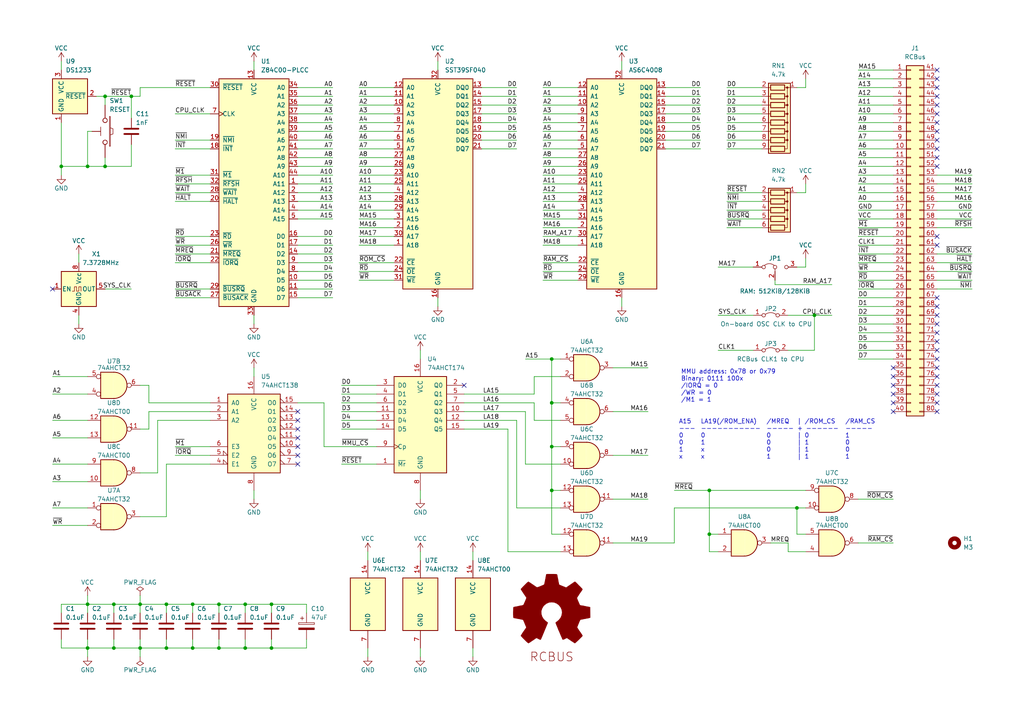
<source format=kicad_sch>
(kicad_sch (version 20211123) (generator eeschema)
  (paper "A4")
  (title_block (title "Z80-CPM: RCBus Z80 CPU and Memory Module") (date "2025-05-21") (rev "1.0") (company "Designed by Sergey Kiselev") (comment 2 "Licensed under CERN-OHL-S: https://cern-ohl.web.cern.ch") (comment 3 "Documentation and design files: https://github.com/skiselev/Z80-CPM") (comment 4 "Z80-CPM is an open source hardware project"))
  (lib_symbols
    (symbol "74xx:74LS00" (pin_names (offset 1.016))
      (property "Reference" "U" (at 0 1.27 0))
      (property "Value" "74LS00" (at 0 -1.27 0))
      (symbol "74LS00_1_1"
        (pin input line (at -7.62 2.54 0) (length 3.81) (name "~") (number "1"))
        (pin input line (at -7.62 -2.54 0) (length 3.81) (name "~") (number "2"))
        (pin output inverted (at 7.62 0 180) (length 3.81) (name "~") (number "3"))
      )
      (symbol "74LS00_1_2"
        (pin input inverted (at -7.62 2.54 0) (length 4.318) (name "~") (number "1"))
        (pin input inverted (at -7.62 -2.54 0) (length 4.318) (name "~") (number "2"))
        (pin output line (at 7.62 0 180) (length 3.81) (name "~") (number "3"))
      )
      (symbol "74LS00_2_1"
        (pin input line (at -7.62 2.54 0) (length 3.81) (name "~") (number "4"))
        (pin input line (at -7.62 -2.54 0) (length 3.81) (name "~") (number "5"))
        (pin output inverted (at 7.62 0 180) (length 3.81) (name "~") (number "6"))
      )
      (symbol "74LS00_2_2"
        (pin input inverted (at -7.62 2.54 0) (length 4.318) (name "~") (number "4"))
        (pin input inverted (at -7.62 -2.54 0) (length 4.318) (name "~") (number "5"))
        (pin output line (at 7.62 0 180) (length 3.81) (name "~") (number "6"))
      )
      (symbol "74LS00_3_1"
        (pin input line (at -7.62 -2.54 0) (length 3.81) (name "~") (number "10"))
        (pin output inverted (at 7.62 0 180) (length 3.81) (name "~") (number "8"))
        (pin input line (at -7.62 2.54 0) (length 3.81) (name "~") (number "9"))
      )
      (symbol "74LS00_3_2"
        (pin input inverted (at -7.62 -2.54 0) (length 4.318) (name "~") (number "10"))
        (pin output line (at 7.62 0 180) (length 3.81) (name "~") (number "8"))
        (pin input inverted (at -7.62 2.54 0) (length 4.318) (name "~") (number "9"))
      )
      (symbol "74LS00_4_1"
        (pin output inverted (at 7.62 0 180) (length 3.81) (name "~") (number "11"))
        (pin input line (at -7.62 2.54 0) (length 3.81) (name "~") (number "12"))
        (pin input line (at -7.62 -2.54 0) (length 3.81) (name "~") (number "13"))
      )
      (symbol "74LS00_4_2"
        (pin output line (at 7.62 0 180) (length 3.81) (name "~") (number "11"))
        (pin input inverted (at -7.62 2.54 0) (length 4.318) (name "~") (number "12"))
        (pin input inverted (at -7.62 -2.54 0) (length 4.318) (name "~") (number "13"))
      )
      (symbol "74LS00_5_0"
        (pin power_in line (at 0 12.7 270) (length 5.08) (name "VCC") (number "14"))
        (pin power_in line (at 0 -12.7 90) (length 5.08) (name "GND") (number "7"))
      )
    )
    (symbol "74xx:74LS138" (pin_names (offset 1.016))
      (property "Reference" "U" (at -7.62 11.43 0))
      (property "Value" "74LS138" (at -7.62 -13.97 0))
      (symbol "74LS138_1_0"
        (pin input line (at -12.7 7.62 0) (length 5.08) (name "A0") (number "1"))
        (pin output output_low (at 12.7 -5.08 180) (length 5.08) (name "O5") (number "10"))
        (pin output output_low (at 12.7 -2.54 180) (length 5.08) (name "O4") (number "11"))
        (pin output output_low (at 12.7 0 180) (length 5.08) (name "O3") (number "12"))
        (pin output output_low (at 12.7 2.54 180) (length 5.08) (name "O2") (number "13"))
        (pin output output_low (at 12.7 5.08 180) (length 5.08) (name "O1") (number "14"))
        (pin output output_low (at 12.7 7.62 180) (length 5.08) (name "O0") (number "15"))
        (pin power_in line (at 0 15.24 270) (length 5.08) (name "VCC") (number "16"))
        (pin input line (at -12.7 5.08 0) (length 5.08) (name "A1") (number "2"))
        (pin input line (at -12.7 2.54 0) (length 5.08) (name "A2") (number "3"))
        (pin input input_low (at -12.7 -10.16 0) (length 5.08) (name "E1") (number "4"))
        (pin input input_low (at -12.7 -7.62 0) (length 5.08) (name "E2") (number "5"))
        (pin input line (at -12.7 -5.08 0) (length 5.08) (name "E3") (number "6"))
        (pin output output_low (at 12.7 -10.16 180) (length 5.08) (name "O7") (number "7"))
        (pin power_in line (at 0 -17.78 90) (length 5.08) (name "GND") (number "8"))
        (pin output output_low (at 12.7 -7.62 180) (length 5.08) (name "O6") (number "9"))
      )
    )
    (symbol "74xx:74LS174" (pin_names (offset 1.016))
      (property "Reference" "U" (at -7.62 13.97 0))
      (property "Value" "74LS174" (at -7.62 -16.51 0))
      (symbol "74LS174_1_0"
        (pin input line (at -12.7 -12.7 0) (length 5.08) (name "~{Mr}") (number "1"))
        (pin output line (at 12.7 2.54 180) (length 5.08) (name "Q3") (number "10"))
        (pin input line (at -12.7 2.54 0) (length 5.08) (name "D3") (number "11"))
        (pin output line (at 12.7 0 180) (length 5.08) (name "Q4") (number "12"))
        (pin input line (at -12.7 0 0) (length 5.08) (name "D4") (number "13"))
        (pin input line (at -12.7 -2.54 0) (length 5.08) (name "D5") (number "14"))
        (pin output line (at 12.7 -2.54 180) (length 5.08) (name "Q5") (number "15"))
        (pin power_in line (at 0 17.78 270) (length 5.08) (name "VCC") (number "16"))
        (pin output line (at 12.7 10.16 180) (length 5.08) (name "Q0") (number "2"))
        (pin input line (at -12.7 10.16 0) (length 5.08) (name "D0") (number "3"))
        (pin input line (at -12.7 7.62 0) (length 5.08) (name "D1") (number "4"))
        (pin output line (at 12.7 7.62 180) (length 5.08) (name "Q1") (number "5"))
        (pin input line (at -12.7 5.08 0) (length 5.08) (name "D2") (number "6"))
        (pin output line (at 12.7 5.08 180) (length 5.08) (name "Q2") (number "7"))
        (pin power_in line (at 0 -20.32 90) (length 5.08) (name "GND") (number "8"))
        (pin input clock (at -12.7 -7.62 0) (length 5.08) (name "Cp") (number "9"))
      )
    )
    (symbol "74xx:74LS32" (pin_names (offset 1.016))
      (property "Reference" "U" (at 0 1.27 0))
      (property "Value" "74LS32" (at 0 -1.27 0))
      (symbol "74LS32_1_1"
        (pin input line (at -7.62 2.54 0) (length 4.318) (name "~") (number "1"))
        (pin input line (at -7.62 -2.54 0) (length 4.318) (name "~") (number "2"))
        (pin output line (at 7.62 0 180) (length 3.81) (name "~") (number "3"))
      )
      (symbol "74LS32_1_2"
        (pin input inverted (at -7.62 2.54 0) (length 3.81) (name "~") (number "1"))
        (pin input inverted (at -7.62 -2.54 0) (length 3.81) (name "~") (number "2"))
        (pin output inverted (at 7.62 0 180) (length 3.81) (name "~") (number "3"))
      )
      (symbol "74LS32_2_1"
        (pin input line (at -7.62 2.54 0) (length 4.318) (name "~") (number "4"))
        (pin input line (at -7.62 -2.54 0) (length 4.318) (name "~") (number "5"))
        (pin output line (at 7.62 0 180) (length 3.81) (name "~") (number "6"))
      )
      (symbol "74LS32_2_2"
        (pin input inverted (at -7.62 2.54 0) (length 3.81) (name "~") (number "4"))
        (pin input inverted (at -7.62 -2.54 0) (length 3.81) (name "~") (number "5"))
        (pin output inverted (at 7.62 0 180) (length 3.81) (name "~") (number "6"))
      )
      (symbol "74LS32_3_1"
        (pin input line (at -7.62 -2.54 0) (length 4.318) (name "~") (number "10"))
        (pin output line (at 7.62 0 180) (length 3.81) (name "~") (number "8"))
        (pin input line (at -7.62 2.54 0) (length 4.318) (name "~") (number "9"))
      )
      (symbol "74LS32_3_2"
        (pin input inverted (at -7.62 -2.54 0) (length 3.81) (name "~") (number "10"))
        (pin output inverted (at 7.62 0 180) (length 3.81) (name "~") (number "8"))
        (pin input inverted (at -7.62 2.54 0) (length 3.81) (name "~") (number "9"))
      )
      (symbol "74LS32_4_1"
        (pin output line (at 7.62 0 180) (length 3.81) (name "~") (number "11"))
        (pin input line (at -7.62 2.54 0) (length 4.318) (name "~") (number "12"))
        (pin input line (at -7.62 -2.54 0) (length 4.318) (name "~") (number "13"))
      )
      (symbol "74LS32_4_2"
        (pin output inverted (at 7.62 0 180) (length 3.81) (name "~") (number "11"))
        (pin input inverted (at -7.62 2.54 0) (length 3.81) (name "~") (number "12"))
        (pin input inverted (at -7.62 -2.54 0) (length 3.81) (name "~") (number "13"))
      )
      (symbol "74LS32_5_0"
        (pin power_in line (at 0 12.7 270) (length 5.08) (name "VCC") (number "14"))
        (pin power_in line (at 0 -12.7 90) (length 5.08) (name "GND") (number "7"))
      )
    )
    (symbol "Connector_Generic:Conn_02x40_Top_Bottom" (pin_names (offset 1.016) hide)
      (property "Reference" "J" (at 1.27 50.8 0))
      (property "Value" "Conn_02x40_Top_Bottom" (at 1.27 -53.34 0))
      (symbol "Conn_02x40_Top_Bottom_1_1"
        (pin passive line (at -5.08 48.26 0) (length 3.81) (name "Pin_1") (number "1"))
        (pin passive line (at -5.08 25.4 0) (length 3.81) (name "Pin_10") (number "10"))
        (pin passive line (at -5.08 22.86 0) (length 3.81) (name "Pin_11") (number "11"))
        (pin passive line (at -5.08 20.32 0) (length 3.81) (name "Pin_12") (number "12"))
        (pin passive line (at -5.08 17.78 0) (length 3.81) (name "Pin_13") (number "13"))
        (pin passive line (at -5.08 15.24 0) (length 3.81) (name "Pin_14") (number "14"))
        (pin passive line (at -5.08 12.7 0) (length 3.81) (name "Pin_15") (number "15"))
        (pin passive line (at -5.08 10.16 0) (length 3.81) (name "Pin_16") (number "16"))
        (pin passive line (at -5.08 7.62 0) (length 3.81) (name "Pin_17") (number "17"))
        (pin passive line (at -5.08 5.08 0) (length 3.81) (name "Pin_18") (number "18"))
        (pin passive line (at -5.08 2.54 0) (length 3.81) (name "Pin_19") (number "19"))
        (pin passive line (at -5.08 45.72 0) (length 3.81) (name "Pin_2") (number "2"))
        (pin passive line (at -5.08 0 0) (length 3.81) (name "Pin_20") (number "20"))
        (pin passive line (at -5.08 -2.54 0) (length 3.81) (name "Pin_21") (number "21"))
        (pin passive line (at -5.08 -5.08 0) (length 3.81) (name "Pin_22") (number "22"))
        (pin passive line (at -5.08 -7.62 0) (length 3.81) (name "Pin_23") (number "23"))
        (pin passive line (at -5.08 -10.16 0) (length 3.81) (name "Pin_24") (number "24"))
        (pin passive line (at -5.08 -12.7 0) (length 3.81) (name "Pin_25") (number "25"))
        (pin passive line (at -5.08 -15.24 0) (length 3.81) (name "Pin_26") (number "26"))
        (pin passive line (at -5.08 -17.78 0) (length 3.81) (name "Pin_27") (number "27"))
        (pin passive line (at -5.08 -20.32 0) (length 3.81) (name "Pin_28") (number "28"))
        (pin passive line (at -5.08 -22.86 0) (length 3.81) (name "Pin_29") (number "29"))
        (pin passive line (at -5.08 43.18 0) (length 3.81) (name "Pin_3") (number "3"))
        (pin passive line (at -5.08 -25.4 0) (length 3.81) (name "Pin_30") (number "30"))
        (pin passive line (at -5.08 -27.94 0) (length 3.81) (name "Pin_31") (number "31"))
        (pin passive line (at -5.08 -30.48 0) (length 3.81) (name "Pin_32") (number "32"))
        (pin passive line (at -5.08 -33.02 0) (length 3.81) (name "Pin_33") (number "33"))
        (pin passive line (at -5.08 -35.56 0) (length 3.81) (name "Pin_34") (number "34"))
        (pin passive line (at -5.08 -38.1 0) (length 3.81) (name "Pin_35") (number "35"))
        (pin passive line (at -5.08 -40.64 0) (length 3.81) (name "Pin_36") (number "36"))
        (pin passive line (at -5.08 -43.18 0) (length 3.81) (name "Pin_37") (number "37"))
        (pin passive line (at -5.08 -45.72 0) (length 3.81) (name "Pin_38") (number "38"))
        (pin passive line (at -5.08 -48.26 0) (length 3.81) (name "Pin_39") (number "39"))
        (pin passive line (at -5.08 40.64 0) (length 3.81) (name "Pin_4") (number "4"))
        (pin passive line (at -5.08 -50.8 0) (length 3.81) (name "Pin_40") (number "40"))
        (pin passive line (at 7.62 48.26 180) (length 3.81) (name "Pin_41") (number "41"))
        (pin passive line (at 7.62 45.72 180) (length 3.81) (name "Pin_42") (number "42"))
        (pin passive line (at 7.62 43.18 180) (length 3.81) (name "Pin_43") (number "43"))
        (pin passive line (at 7.62 40.64 180) (length 3.81) (name "Pin_44") (number "44"))
        (pin passive line (at 7.62 38.1 180) (length 3.81) (name "Pin_45") (number "45"))
        (pin passive line (at 7.62 35.56 180) (length 3.81) (name "Pin_46") (number "46"))
        (pin passive line (at 7.62 33.02 180) (length 3.81) (name "Pin_47") (number "47"))
        (pin passive line (at 7.62 30.48 180) (length 3.81) (name "Pin_48") (number "48"))
        (pin passive line (at 7.62 27.94 180) (length 3.81) (name "Pin_49") (number "49"))
        (pin passive line (at -5.08 38.1 0) (length 3.81) (name "Pin_5") (number "5"))
        (pin passive line (at 7.62 25.4 180) (length 3.81) (name "Pin_50") (number "50"))
        (pin passive line (at 7.62 22.86 180) (length 3.81) (name "Pin_51") (number "51"))
        (pin passive line (at 7.62 20.32 180) (length 3.81) (name "Pin_52") (number "52"))
        (pin passive line (at 7.62 17.78 180) (length 3.81) (name "Pin_53") (number "53"))
        (pin passive line (at 7.62 15.24 180) (length 3.81) (name "Pin_54") (number "54"))
        (pin passive line (at 7.62 12.7 180) (length 3.81) (name "Pin_55") (number "55"))
        (pin passive line (at 7.62 10.16 180) (length 3.81) (name "Pin_56") (number "56"))
        (pin passive line (at 7.62 7.62 180) (length 3.81) (name "Pin_57") (number "57"))
        (pin passive line (at 7.62 5.08 180) (length 3.81) (name "Pin_58") (number "58"))
        (pin passive line (at 7.62 2.54 180) (length 3.81) (name "Pin_59") (number "59"))
        (pin passive line (at -5.08 35.56 0) (length 3.81) (name "Pin_6") (number "6"))
        (pin passive line (at 7.62 0 180) (length 3.81) (name "Pin_60") (number "60"))
        (pin passive line (at 7.62 -2.54 180) (length 3.81) (name "Pin_61") (number "61"))
        (pin passive line (at 7.62 -5.08 180) (length 3.81) (name "Pin_62") (number "62"))
        (pin passive line (at 7.62 -7.62 180) (length 3.81) (name "Pin_63") (number "63"))
        (pin passive line (at 7.62 -10.16 180) (length 3.81) (name "Pin_64") (number "64"))
        (pin passive line (at 7.62 -12.7 180) (length 3.81) (name "Pin_65") (number "65"))
        (pin passive line (at 7.62 -15.24 180) (length 3.81) (name "Pin_66") (number "66"))
        (pin passive line (at 7.62 -17.78 180) (length 3.81) (name "Pin_67") (number "67"))
        (pin passive line (at 7.62 -20.32 180) (length 3.81) (name "Pin_68") (number "68"))
        (pin passive line (at 7.62 -22.86 180) (length 3.81) (name "Pin_69") (number "69"))
        (pin passive line (at -5.08 33.02 0) (length 3.81) (name "Pin_7") (number "7"))
        (pin passive line (at 7.62 -25.4 180) (length 3.81) (name "Pin_70") (number "70"))
        (pin passive line (at 7.62 -27.94 180) (length 3.81) (name "Pin_71") (number "71"))
        (pin passive line (at 7.62 -30.48 180) (length 3.81) (name "Pin_72") (number "72"))
        (pin passive line (at 7.62 -33.02 180) (length 3.81) (name "Pin_73") (number "73"))
        (pin passive line (at 7.62 -35.56 180) (length 3.81) (name "Pin_74") (number "74"))
        (pin passive line (at 7.62 -38.1 180) (length 3.81) (name "Pin_75") (number "75"))
        (pin passive line (at 7.62 -40.64 180) (length 3.81) (name "Pin_76") (number "76"))
        (pin passive line (at 7.62 -43.18 180) (length 3.81) (name "Pin_77") (number "77"))
        (pin passive line (at 7.62 -45.72 180) (length 3.81) (name "Pin_78") (number "78"))
        (pin passive line (at 7.62 -48.26 180) (length 3.81) (name "Pin_79") (number "79"))
        (pin passive line (at -5.08 30.48 0) (length 3.81) (name "Pin_8") (number "8"))
        (pin passive line (at 7.62 -50.8 180) (length 3.81) (name "Pin_80") (number "80"))
        (pin passive line (at -5.08 27.94 0) (length 3.81) (name "Pin_9") (number "9"))
      )
    )
    (symbol "Device:C" (pin_numbers hide) (pin_names (offset 0.254))
      (property "Reference" "C" (at 0.635 2.54 0))
      (property "Value" "C" (at 0.635 -2.54 0))
      (symbol "C_1_1"
        (pin passive line (at 0 3.81 270) (length 2.794) (name "~") (number "1"))
        (pin passive line (at 0 -3.81 90) (length 2.794) (name "~") (number "2"))
      )
    )
    (symbol "Device:C_Polarized" (pin_numbers hide) (pin_names (offset 0.254))
      (property "Reference" "C" (at 0.635 2.54 0))
      (property "Value" "C_Polarized" (at 0.635 -2.54 0))
      (symbol "C_Polarized_1_1"
        (pin passive line (at 0 3.81 270) (length 2.794) (name "~") (number "1"))
        (pin passive line (at 0 -3.81 90) (length 2.794) (name "~") (number "2"))
      )
    )
    (symbol "Device:R_Network05" (pin_names (offset 0) hide)
      (property "Reference" "RN" (at -7.62 0 90))
      (property "Value" "R_Network05" (at 7.62 0 90))
      (symbol "R_Network05_1_1"
        (pin passive line (at -5.08 5.08 270) (length 2.54) (name "common") (number "1"))
        (pin passive line (at -5.08 -5.08 90) (length 1.27) (name "R1") (number "2"))
        (pin passive line (at -2.54 -5.08 90) (length 1.27) (name "R2") (number "3"))
        (pin passive line (at 0 -5.08 90) (length 1.27) (name "R3") (number "4"))
        (pin passive line (at 2.54 -5.08 90) (length 1.27) (name "R4") (number "5"))
        (pin passive line (at 5.08 -5.08 90) (length 1.27) (name "R5") (number "6"))
      )
    )
    (symbol "Device:R_Network08" (pin_names (offset 0) hide)
      (property "Reference" "RN" (at -12.7 0 90))
      (property "Value" "R_Network08" (at 10.16 0 90))
      (symbol "R_Network08_1_1"
        (pin passive line (at -10.16 5.08 270) (length 2.54) (name "common") (number "1"))
        (pin passive line (at -10.16 -5.08 90) (length 1.27) (name "R1") (number "2"))
        (pin passive line (at -7.62 -5.08 90) (length 1.27) (name "R2") (number "3"))
        (pin passive line (at -5.08 -5.08 90) (length 1.27) (name "R3") (number "4"))
        (pin passive line (at -2.54 -5.08 90) (length 1.27) (name "R4") (number "5"))
        (pin passive line (at 0 -5.08 90) (length 1.27) (name "R5") (number "6"))
        (pin passive line (at 2.54 -5.08 90) (length 1.27) (name "R6") (number "7"))
        (pin passive line (at 5.08 -5.08 90) (length 1.27) (name "R7") (number "8"))
        (pin passive line (at 7.62 -5.08 90) (length 1.27) (name "R8") (number "9"))
      )
    )
    (symbol "Graphic:Logo_Open_Hardware_Large" (pin_names (offset 1.016)))
    (symbol "Jumper:Jumper_2_Bridged" (pin_names (offset 0) hide)
      (property "Reference" "JP" (at 0 1.905 0))
      (property "Value" "Jumper_2_Bridged" (at 0 -2.54 0))
      (symbol "Jumper_2_Bridged_1_1"
        (pin passive line (at -5.08 0 0) (length 2.54) (name "A") (number "1"))
        (pin passive line (at 5.08 0 180) (length 2.54) (name "B") (number "2"))
      )
    )
    (symbol "Jumper:Jumper_3_Bridged12" (pin_names (offset 0) hide)
      (property "Reference" "JP" (at -2.54 -2.54 0))
      (property "Value" "Jumper_3_Bridged12" (at 0 2.794 0))
      (symbol "Jumper_3_Bridged12_1_1"
        (pin passive line (at -6.35 0 0) (length 2.54) (name "A") (number "1"))
        (pin passive line (at 0 -3.81 90) (length 2.54) (name "C") (number "2"))
        (pin passive line (at 6.35 0 180) (length 2.54) (name "B") (number "3"))
      )
    )
    (symbol "Mechanical:MountingHole" (pin_names (offset 1.016))
      (property "Reference" "H" (at 0 5.08 0))
      (property "Value" "MountingHole" (at 0 3.175 0))
    )
    (symbol "Oscillator:CXO_DIP8" (pin_names (offset 0.254))
      (property "Reference" "X" (at -5.08 6.35 0))
      (property "Value" "CXO_DIP8" (at 1.27 -6.35 0))
      (symbol "CXO_DIP8_1_1"
        (pin input line (at -7.62 0 0) (length 2.54) (name "EN") (number "1"))
        (pin power_in line (at 0 -7.62 90) (length 2.54) (name "GND") (number "4"))
        (pin output line (at 7.62 0 180) (length 2.54) (name "OUT") (number "5"))
        (pin power_in line (at 0 7.62 270) (length 2.54) (name "Vcc") (number "8"))
      )
    )
    (symbol "my_components:AS6C4008" (pin_names (offset 1.016))
      (property "Reference" "U" (at -10.16 34.29 0))
      (property "Value" "AS6C4008" (at -10.16 31.75 0))
      (symbol "AS6C4008_1_1"
        (pin input line (at -12.7 -17.78 0) (length 2.54) (name "A18") (number "1"))
        (pin input line (at -12.7 22.86 0) (length 2.54) (name "A2") (number "10"))
        (pin input line (at -12.7 25.4 0) (length 2.54) (name "A1") (number "11"))
        (pin input line (at -12.7 27.94 0) (length 2.54) (name "A0") (number "12"))
        (pin bidirectional line (at 12.7 27.94 180) (length 2.54) (name "DQ0") (number "13"))
        (pin bidirectional line (at 12.7 25.4 180) (length 2.54) (name "DQ1") (number "14"))
        (pin bidirectional line (at 12.7 22.86 180) (length 2.54) (name "DQ2") (number "15"))
        (pin power_in line (at 0 -33.02 90) (length 2.54) (name "GND") (number "16"))
        (pin bidirectional line (at 12.7 20.32 180) (length 2.54) (name "DQ3") (number "17"))
        (pin bidirectional line (at 12.7 17.78 180) (length 2.54) (name "DQ4") (number "18"))
        (pin bidirectional line (at 12.7 15.24 180) (length 2.54) (name "DQ5") (number "19"))
        (pin input line (at -12.7 -12.7 0) (length 2.54) (name "A16") (number "2"))
        (pin bidirectional line (at 12.7 12.7 180) (length 2.54) (name "DQ6") (number "20"))
        (pin bidirectional line (at 12.7 10.16 180) (length 2.54) (name "DQ7") (number "21"))
        (pin input line (at -12.7 -22.86 0) (length 2.54) (name "~{CE}") (number "22"))
        (pin input line (at -12.7 2.54 0) (length 2.54) (name "A10") (number "23"))
        (pin input line (at -12.7 -25.4 0) (length 2.54) (name "~{OE}") (number "24"))
        (pin input line (at -12.7 0 0) (length 2.54) (name "A11") (number "25"))
        (pin input line (at -12.7 5.08 0) (length 2.54) (name "A9") (number "26"))
        (pin input line (at -12.7 7.62 0) (length 2.54) (name "A8") (number "27"))
        (pin input line (at -12.7 -5.08 0) (length 2.54) (name "A13") (number "28"))
        (pin input line (at -12.7 -27.94 0) (length 2.54) (name "~{WE}") (number "29"))
        (pin input line (at -12.7 -7.62 0) (length 2.54) (name "A14") (number "3"))
        (pin input line (at -12.7 -15.24 0) (length 2.54) (name "A17") (number "30"))
        (pin input line (at -12.7 -10.16 0) (length 2.54) (name "A15") (number "31"))
        (pin power_in line (at 0 33.02 270) (length 2.54) (name "VCC") (number "32"))
        (pin input line (at -12.7 -2.54 0) (length 2.54) (name "A12") (number "4"))
        (pin input line (at -12.7 10.16 0) (length 2.54) (name "A7") (number "5"))
        (pin input line (at -12.7 12.7 0) (length 2.54) (name "A6") (number "6"))
        (pin input line (at -12.7 15.24 0) (length 2.54) (name "A5") (number "7"))
        (pin input line (at -12.7 17.78 0) (length 2.54) (name "A4") (number "8"))
        (pin input line (at -12.7 20.32 0) (length 2.54) (name "A3") (number "9"))
      )
    )
    (symbol "my_components:DS1233"
      (property "Reference" "U" (at 2.54 8.89 0))
      (property "Value" "DS1233" (at 2.54 6.35 0))
      (symbol "DS1233_1_1"
        (pin power_in line (at 0 -7.62 90) (length 2.54) (name "GND") (number "1"))
        (pin output line (at 10.16 0 180) (length 2.54) (name "~{RESET}") (number "2"))
        (pin power_in line (at 0 7.62 270) (length 2.54) (name "VCC") (number "3"))
      )
    )
    (symbol "my_components:RCBUS_Logo"
      (symbol "RCBUS_Logo_0_0"
        (text "RCBUS" (at 0 0 0) (effects (font (size 2.54 2.54))))
      )
    )
    (symbol "my_components:SST39SF040" (pin_names (offset 1.016))
      (property "Reference" "U" (at -10.16 34.29 0))
      (property "Value" "SST39SF040" (at -10.16 31.75 0))
      (symbol "SST39SF040_1_1"
        (pin input line (at -12.7 -17.78 0) (length 2.54) (name "A18") (number "1"))
        (pin input line (at -12.7 22.86 0) (length 2.54) (name "A2") (number "10"))
        (pin input line (at -12.7 25.4 0) (length 2.54) (name "A1") (number "11"))
        (pin input line (at -12.7 27.94 0) (length 2.54) (name "A0") (number "12"))
        (pin bidirectional line (at 12.7 27.94 180) (length 2.54) (name "DQ0") (number "13"))
        (pin bidirectional line (at 12.7 25.4 180) (length 2.54) (name "DQ1") (number "14"))
        (pin bidirectional line (at 12.7 22.86 180) (length 2.54) (name "DQ2") (number "15"))
        (pin power_in line (at 0 -33.02 90) (length 2.54) (name "GND") (number "16"))
        (pin bidirectional line (at 12.7 20.32 180) (length 2.54) (name "DQ3") (number "17"))
        (pin bidirectional line (at 12.7 17.78 180) (length 2.54) (name "DQ4") (number "18"))
        (pin bidirectional line (at 12.7 15.24 180) (length 2.54) (name "DQ5") (number "19"))
        (pin input line (at -12.7 -12.7 0) (length 2.54) (name "A16") (number "2"))
        (pin bidirectional line (at 12.7 12.7 180) (length 2.54) (name "DQ6") (number "20"))
        (pin bidirectional line (at 12.7 10.16 180) (length 2.54) (name "DQ7") (number "21"))
        (pin input line (at -12.7 -22.86 0) (length 2.54) (name "~{CE}") (number "22"))
        (pin input line (at -12.7 2.54 0) (length 2.54) (name "A10") (number "23"))
        (pin input line (at -12.7 -25.4 0) (length 2.54) (name "~{OE}") (number "24"))
        (pin input line (at -12.7 0 0) (length 2.54) (name "A11") (number "25"))
        (pin input line (at -12.7 5.08 0) (length 2.54) (name "A9") (number "26"))
        (pin input line (at -12.7 7.62 0) (length 2.54) (name "A8") (number "27"))
        (pin input line (at -12.7 -5.08 0) (length 2.54) (name "A13") (number "28"))
        (pin input line (at -12.7 -7.62 0) (length 2.54) (name "A14") (number "29"))
        (pin input line (at -12.7 -10.16 0) (length 2.54) (name "A15") (number "3"))
        (pin input line (at -12.7 -15.24 0) (length 2.54) (name "A17") (number "30"))
        (pin input line (at -12.7 -27.94 0) (length 2.54) (name "~{WE}") (number "31"))
        (pin power_in line (at 0 33.02 270) (length 2.54) (name "VCC") (number "32"))
        (pin input line (at -12.7 -2.54 0) (length 2.54) (name "A12") (number "4"))
        (pin input line (at -12.7 10.16 0) (length 2.54) (name "A7") (number "5"))
        (pin input line (at -12.7 12.7 0) (length 2.54) (name "A6") (number "6"))
        (pin input line (at -12.7 15.24 0) (length 2.54) (name "A5") (number "7"))
        (pin input line (at -12.7 17.78 0) (length 2.54) (name "A4") (number "8"))
        (pin input line (at -12.7 20.32 0) (length 2.54) (name "A3") (number "9"))
      )
    )
    (symbol "my_components:Switch_Tactile_Vertical" (pin_numbers hide) (pin_names (offset 1.016) hide)
      (property "Reference" "SW" (at 3.81 2.794 0))
      (property "Value" "Switch_Tactile_Vertical" (at 0 -5.08 0))
      (symbol "Switch_Tactile_Vertical_0_1"
        (pin passive inverted (at -7.62 0 0) (length 5.08) (name "1") (number "1"))
        (pin passive inverted (at 7.62 0 180) (length 5.08) (name "2") (number "2"))
      )
      (symbol "Switch_Tactile_Vertical_1_1"
        (pin power_in line (at 0 -3.81 90) (length 2.54) (name "GND") (number "GND"))
      )
    )
    (symbol "my_components:Z84C00-PLCC" (pin_names (offset 1.016))
      (property "Reference" "U" (at -10.16 36.83 0))
      (property "Value" "Z84C00-PLCC" (at -10.16 34.29 0))
      (symbol "Z84C00-PLCC_1_1"
        (pin output line (at 12.7 2.54 180) (length 2.54) (name "A11") (number "1"))
        (pin bidirectional line (at 12.7 -25.4 180) (length 2.54) (name "D5") (number "10"))
        (pin bidirectional line (at 12.7 -27.94 180) (length 2.54) (name "D6") (number "11"))
        (pin no_connect line (at -10.16 25.4 0) (length 0) hide (name "NC") (number "12"))
        (pin power_in line (at 0 35.56 270) (length 2.54) (name "VCC") (number "13"))
        (pin bidirectional line (at 12.7 -17.78 180) (length 2.54) (name "D2") (number "14"))
        (pin bidirectional line (at 12.7 -30.48 180) (length 2.54) (name "D7") (number "15"))
        (pin bidirectional line (at 12.7 -12.7 180) (length 2.54) (name "D0") (number "16"))
        (pin bidirectional line (at 12.7 -15.24 180) (length 2.54) (name "D1") (number "17"))
        (pin input line (at -12.7 12.7 0) (length 2.54) (name "~{INT}") (number "18"))
        (pin input line (at -12.7 15.24 0) (length 2.54) (name "~{NMI}") (number "19"))
        (pin output line (at 12.7 0 180) (length 2.54) (name "A12") (number "2"))
        (pin output line (at -12.7 -2.54 0) (length 2.54) (name "~{HALT}") (number "20"))
        (pin output line (at -12.7 -17.78 0) (length 2.54) (name "~{MREQ}") (number "21"))
        (pin output line (at -12.7 -20.32 0) (length 2.54) (name "~{IORQ}") (number "22"))
        (pin output line (at -12.7 -12.7 0) (length 2.54) (name "~{RD}") (number "23"))
        (pin no_connect line (at -10.16 20.32 0) (length 0) hide (name "NC") (number "24"))
        (pin no_connect line (at -10.16 17.78 0) (length 0) hide (name "NC") (number "25"))
        (pin output line (at -12.7 -15.24 0) (length 2.54) (name "~{WR}") (number "26"))
        (pin output line (at -12.7 -30.48 0) (length 2.54) (name "~{BUSACK}") (number "27"))
        (pin input line (at -12.7 0 0) (length 2.54) (name "~{WAIT}") (number "28"))
        (pin input line (at -12.7 -27.94 0) (length 2.54) (name "~{BUSRQ}") (number "29"))
        (pin output line (at 12.7 -2.54 180) (length 2.54) (name "A13") (number "3"))
        (pin input line (at -12.7 30.48 0) (length 2.54) (name "~{RESET}") (number "30"))
        (pin output line (at -12.7 5.08 0) (length 2.54) (name "~{M1}") (number "31"))
        (pin output line (at -12.7 2.54 0) (length 2.54) (name "~{RFSH}") (number "32"))
        (pin power_in line (at 0 -35.56 90) (length 2.54) (name "GND") (number "33"))
        (pin output line (at 12.7 30.48 180) (length 2.54) (name "A0") (number "34"))
        (pin output line (at 12.7 27.94 180) (length 2.54) (name "A1") (number "35"))
        (pin output line (at 12.7 25.4 180) (length 2.54) (name "A2") (number "36"))
        (pin output line (at 12.7 22.86 180) (length 2.54) (name "A3") (number "37"))
        (pin output line (at 12.7 20.32 180) (length 2.54) (name "A4") (number "38"))
        (pin output line (at 12.7 17.78 180) (length 2.54) (name "A5") (number "39"))
        (pin output line (at 12.7 -5.08 180) (length 2.54) (name "A14") (number "4"))
        (pin output line (at 12.7 15.24 180) (length 2.54) (name "A6") (number "40"))
        (pin output line (at 12.7 12.7 180) (length 2.54) (name "A7") (number "41"))
        (pin output line (at 12.7 10.16 180) (length 2.54) (name "A8") (number "42"))
        (pin output line (at 12.7 7.62 180) (length 2.54) (name "A9") (number "43"))
        (pin output line (at 12.7 5.08 180) (length 2.54) (name "A10") (number "44"))
        (pin output line (at 12.7 -7.62 180) (length 2.54) (name "A15") (number "5"))
        (pin no_connect line (at -10.16 27.94 0) (length 0) hide (name "NC") (number "6"))
        (pin input clock (at -12.7 22.86 0) (length 2.54) (name "CLK") (number "7"))
        (pin bidirectional line (at 12.7 -22.86 180) (length 2.54) (name "D4") (number "8"))
        (pin bidirectional line (at 12.7 -20.32 180) (length 2.54) (name "D3") (number "9"))
      )
    )
    (symbol "power:GND" (power) (pin_names (offset 0))
      (property "Value" "GND" (at 0 -3.81 0))
      (symbol "GND_1_1"
        (pin power_in line (at 0 0 270) (length 0) hide (name "GND") (number "1"))
      )
    )
    (symbol "power:PWR_FLAG" (power) (pin_numbers hide) (pin_names (offset 0) hide)
      (property "Value" "PWR_FLAG" (at 0 3.81 0))
      (symbol "PWR_FLAG_0_0"
        (pin power_out line (at 0 0 90) (length 0) (name "pwr") (number "1"))
      )
    )
    (symbol "power:VCC" (power) (pin_names (offset 0))
      (property "Value" "VCC" (at 0 3.81 0))
      (symbol "VCC_1_1"
        (pin power_in line (at 0 0 90) (length 0) hide (name "VCC") (number "1"))
      )
    )
  )
  (junction (at 63.5 187.96))
  (junction (at 38.1 27.94))
  (junction (at 55.88 187.96))
  (junction (at 40.64 175.26))
  (junction (at 30.48 48.26))
  (junction (at 33.02 187.96))
  (junction (at 160.02 129.54))
  (junction (at 33.02 175.26))
  (junction (at 160.02 104.14))
  (junction (at 160.02 116.84))
  (junction (at 231.14 147.32))
  (junction (at 205.74 142.24))
  (junction (at 30.48 27.94))
  (junction (at 71.12 175.26))
  (junction (at 71.12 187.96))
  (junction (at 78.74 187.96))
  (junction (at 160.02 142.24))
  (junction (at 55.88 175.26))
  (junction (at 25.4 175.26))
  (junction (at 205.74 154.94))
  (junction (at 236.22 91.44))
  (junction (at 48.26 187.96))
  (junction (at 25.4 48.26))
  (junction (at 25.4 187.96))
  (junction (at 17.78 48.26))
  (junction (at 48.26 175.26))
  (junction (at 63.5 175.26))
  (junction (at 78.74 175.26))
  (junction (at 40.64 187.96))
  (no_connect (at 271.78 22.86))
  (no_connect (at 271.78 104.14))
  (no_connect (at 271.78 91.44))
  (no_connect (at 271.78 93.98))
  (no_connect (at 271.78 30.48))
  (no_connect (at 271.78 116.84))
  (no_connect (at 271.78 114.3))
  (no_connect (at 271.78 27.94))
  (no_connect (at 15.24 83.82))
  (no_connect (at 86.36 129.54))
  (no_connect (at 86.36 132.08))
  (no_connect (at 86.36 134.62))
  (no_connect (at 86.36 119.38))
  (no_connect (at 86.36 121.92))
  (no_connect (at 86.36 124.46))
  (no_connect (at 86.36 127))
  (no_connect (at 271.78 96.52))
  (no_connect (at 271.78 111.76))
  (no_connect (at 271.78 35.56))
  (no_connect (at 271.78 43.18))
  (no_connect (at 271.78 33.02))
  (no_connect (at 271.78 20.32))
  (no_connect (at 271.78 71.12))
  (no_connect (at 259.08 109.22))
  (no_connect (at 259.08 111.76))
  (no_connect (at 259.08 106.68))
  (no_connect (at 259.08 116.84))
  (no_connect (at 259.08 119.38))
  (no_connect (at 259.08 114.3))
  (no_connect (at 271.78 68.58))
  (no_connect (at 271.78 38.1))
  (no_connect (at 271.78 99.06))
  (no_connect (at 271.78 119.38))
  (no_connect (at 134.62 111.76))
  (no_connect (at 271.78 40.64))
  (no_connect (at 271.78 48.26))
  (no_connect (at 271.78 88.9))
  (no_connect (at 271.78 25.4))
  (no_connect (at 271.78 45.72))
  (no_connect (at 271.78 86.36))
  (no_connect (at 271.78 106.68))
  (no_connect (at 271.78 109.22))
  (no_connect (at 271.78 101.6))
  (wire (pts (xy 271.78 66.04) (xy 281.94 66.04)))
  (wire (pts (xy 220.98 38.1) (xy 210.82 38.1)))
  (wire (pts (xy 104.14 30.48) (xy 114.3 30.48)))
  (wire (pts (xy 157.48 71.12) (xy 167.64 71.12)))
  (wire (pts (xy 157.48 43.18) (xy 167.64 43.18)))
  (wire (pts (xy 40.64 25.4) (xy 60.96 25.4)))
  (wire (pts (xy 73.66 17.78) (xy 73.66 20.32)))
  (wire (pts (xy 96.52 43.18) (xy 86.36 43.18)))
  (wire (pts (xy 99.06 116.84) (xy 109.22 116.84)))
  (wire (pts (xy 38.1 27.94) (xy 38.1 34.29)))
  (wire (pts (xy 228.6 91.44) (xy 236.22 91.44)))
  (wire (pts (xy 187.96 132.08) (xy 177.8 132.08)))
  (wire (pts (xy 160.02 142.24) (xy 160.02 129.54)))
  (wire (pts (xy 99.06 111.76) (xy 109.22 111.76)))
  (wire (pts (xy 43.18 119.38) (xy 43.18 124.46)))
  (wire (pts (xy 233.68 74.93) (xy 233.68 77.47)))
  (wire (pts (xy 78.74 175.26) (xy 88.9 175.26)))
  (wire (pts (xy 193.04 27.94) (xy 203.2 27.94)))
  (wire (pts (xy 86.36 116.84) (xy 93.98 116.84)))
  (wire (pts (xy 86.36 73.66) (xy 96.52 73.66)))
  (wire (pts (xy 104.14 35.56) (xy 114.3 35.56)))
  (wire (pts (xy 71.12 175.26) (xy 71.12 177.8)))
  (wire (pts (xy 96.52 60.96) (xy 86.36 60.96)))
  (wire (pts (xy 50.8 86.36) (xy 60.96 86.36)))
  (wire (pts (xy 248.92 53.34) (xy 259.08 53.34)))
  (wire (pts (xy 157.48 50.8) (xy 167.64 50.8)))
  (wire (pts (xy 231.14 77.47) (xy 233.68 77.47)))
  (wire (pts (xy 22.86 73.66) (xy 22.86 76.2)))
  (wire (pts (xy 104.14 60.96) (xy 114.3 60.96)))
  (wire (pts (xy 93.98 116.84) (xy 93.98 129.54)))
  (wire (pts (xy 160.02 104.14) (xy 162.56 104.14)))
  (wire (pts (xy 139.7 25.4) (xy 149.86 25.4)))
  (wire (pts (xy 15.24 121.92) (xy 25.4 121.92)))
  (wire (pts (xy 157.48 35.56) (xy 167.64 35.56)))
  (wire (pts (xy 157.48 25.4) (xy 167.64 25.4)))
  (wire (pts (xy 15.24 147.32) (xy 25.4 147.32)))
  (wire (pts (xy 271.78 55.88) (xy 281.94 55.88)))
  (wire (pts (xy 248.92 55.88) (xy 259.08 55.88)))
  (wire (pts (xy 248.92 68.58) (xy 259.08 68.58)))
  (wire (pts (xy 40.64 27.94) (xy 40.64 25.4)))
  (wire (pts (xy 15.24 134.62) (xy 25.4 134.62)))
  (wire (pts (xy 30.48 83.82) (xy 38.1 83.82)))
  (wire (pts (xy 157.48 76.2) (xy 167.64 76.2)))
  (wire (pts (xy 248.92 93.98) (xy 259.08 93.98)))
  (wire (pts (xy 220.98 40.64) (xy 210.82 40.64)))
  (wire (pts (xy 137.16 187.96) (xy 137.16 190.5)))
  (wire (pts (xy 99.06 124.46) (xy 109.22 124.46)))
  (wire (pts (xy 233.68 22.86) (xy 233.68 25.4)))
  (wire (pts (xy 271.78 83.82) (xy 281.94 83.82)))
  (wire (pts (xy 233.68 154.94) (xy 231.14 154.94)))
  (wire (pts (xy 93.98 129.54) (xy 109.22 129.54)))
  (wire (pts (xy 205.74 154.94) (xy 208.28 154.94)))
  (wire (pts (xy 220.98 27.94) (xy 210.82 27.94)))
  (wire (pts (xy 157.48 53.34) (xy 167.64 53.34)))
  (wire (pts (xy 157.48 27.94) (xy 167.64 27.94)))
  (wire (pts (xy 248.92 83.82) (xy 259.08 83.82)))
  (wire (pts (xy 271.78 60.96) (xy 281.94 60.96)))
  (wire (pts (xy 220.98 25.4) (xy 210.82 25.4)))
  (wire (pts (xy 248.92 157.48) (xy 259.08 157.48)))
  (wire (pts (xy 63.5 187.96) (xy 63.5 185.42)))
  (wire (pts (xy 50.8 53.34) (xy 60.96 53.34)))
  (wire (pts (xy 223.52 157.48) (xy 228.6 157.48)))
  (wire (pts (xy 50.8 43.18) (xy 60.96 43.18)))
  (wire (pts (xy 30.48 30.48) (xy 30.48 27.94)))
  (wire (pts (xy 231.14 147.32) (xy 231.14 154.94)))
  (wire (pts (xy 248.92 76.2) (xy 259.08 76.2)))
  (wire (pts (xy 104.14 48.26) (xy 114.3 48.26)))
  (wire (pts (xy 236.22 101.6) (xy 236.22 91.44)))
  (wire (pts (xy 25.4 48.26) (xy 25.4 38.1)))
  (wire (pts (xy 17.78 35.56) (xy 17.78 48.26)))
  (wire (pts (xy 236.22 91.44) (xy 241.3 91.44)))
  (wire (pts (xy 205.74 154.94) (xy 205.74 160.02)))
  (wire (pts (xy 48.26 177.8) (xy 48.26 175.26)))
  (wire (pts (xy 17.78 17.78) (xy 17.78 20.32)))
  (wire (pts (xy 17.78 175.26) (xy 25.4 175.26)))
  (wire (pts (xy 228.6 101.6) (xy 236.22 101.6)))
  (wire (pts (xy 50.8 68.58) (xy 60.96 68.58)))
  (wire (pts (xy 248.92 101.6) (xy 259.08 101.6)))
  (wire (pts (xy 50.8 73.66) (xy 60.96 73.66)))
  (wire (pts (xy 162.56 147.32) (xy 149.86 147.32)))
  (wire (pts (xy 228.6 160.02) (xy 233.68 160.02)))
  (wire (pts (xy 160.02 116.84) (xy 162.56 116.84)))
  (wire (pts (xy 121.92 101.6) (xy 121.92 104.14)))
  (wire (pts (xy 224.79 81.28) (xy 224.79 82.55)))
  (wire (pts (xy 248.92 86.36) (xy 259.08 86.36)))
  (wire (pts (xy 139.7 27.94) (xy 149.86 27.94)))
  (wire (pts (xy 99.06 119.38) (xy 109.22 119.38)))
  (wire (pts (xy 193.04 40.64) (xy 203.2 40.64)))
  (wire (pts (xy 104.14 38.1) (xy 114.3 38.1)))
  (wire (pts (xy 109.22 134.62) (xy 99.06 134.62)))
  (wire (pts (xy 248.92 63.5) (xy 259.08 63.5)))
  (wire (pts (xy 15.24 139.7) (xy 25.4 139.7)))
  (wire (pts (xy 104.14 27.94) (xy 114.3 27.94)))
  (wire (pts (xy 73.66 106.68) (xy 73.66 109.22)))
  (wire (pts (xy 104.14 78.74) (xy 114.3 78.74)))
  (wire (pts (xy 160.02 142.24) (xy 160.02 154.94)))
  (wire (pts (xy 96.52 53.34) (xy 86.36 53.34)))
  (wire (pts (xy 96.52 30.48) (xy 86.36 30.48)))
  (wire (pts (xy 205.74 142.24) (xy 205.74 154.94)))
  (wire (pts (xy 193.04 35.56) (xy 203.2 35.56)))
  (wire (pts (xy 104.14 50.8) (xy 114.3 50.8)))
  (wire (pts (xy 55.88 175.26) (xy 55.88 177.8)))
  (wire (pts (xy 40.64 172.72) (xy 40.64 175.26)))
  (wire (pts (xy 50.8 50.8) (xy 60.96 50.8)))
  (wire (pts (xy 248.92 43.18) (xy 259.08 43.18)))
  (wire (pts (xy 88.9 187.96) (xy 88.9 185.42)))
  (wire (pts (xy 43.18 116.84) (xy 43.18 111.76)))
  (wire (pts (xy 127 17.78) (xy 127 20.32)))
  (wire (pts (xy 106.68 187.96) (xy 106.68 190.5)))
  (wire (pts (xy 86.36 86.36) (xy 96.52 86.36)))
  (wire (pts (xy 248.92 50.8) (xy 259.08 50.8)))
  (wire (pts (xy 30.48 48.26) (xy 38.1 48.26)))
  (wire (pts (xy 25.4 172.72) (xy 25.4 175.26)))
  (wire (pts (xy 271.78 81.28) (xy 281.94 81.28)))
  (wire (pts (xy 104.14 43.18) (xy 114.3 43.18)))
  (wire (pts (xy 248.92 25.4) (xy 259.08 25.4)))
  (wire (pts (xy 162.56 121.92) (xy 154.94 121.92)))
  (wire (pts (xy 121.92 187.96) (xy 121.92 190.5)))
  (wire (pts (xy 104.14 58.42) (xy 114.3 58.42)))
  (wire (pts (xy 271.78 63.5) (xy 281.94 63.5)))
  (wire (pts (xy 231.14 25.4) (xy 233.68 25.4)))
  (wire (pts (xy 193.04 30.48) (xy 203.2 30.48)))
  (wire (pts (xy 104.14 45.72) (xy 114.3 45.72)))
  (wire (pts (xy 220.98 33.02) (xy 210.82 33.02)))
  (wire (pts (xy 71.12 185.42) (xy 71.12 187.96)))
  (wire (pts (xy 86.36 81.28) (xy 96.52 81.28)))
  (wire (pts (xy 248.92 144.78) (xy 259.08 144.78)))
  (wire (pts (xy 271.78 58.42) (xy 281.94 58.42)))
  (wire (pts (xy 157.48 45.72) (xy 167.64 45.72)))
  (wire (pts (xy 50.8 83.82) (xy 60.96 83.82)))
  (wire (pts (xy 162.56 134.62) (xy 152.4 134.62)))
  (wire (pts (xy 157.48 33.02) (xy 167.64 33.02)))
  (wire (pts (xy 160.02 154.94) (xy 162.56 154.94)))
  (wire (pts (xy 71.12 187.96) (xy 63.5 187.96)))
  (wire (pts (xy 205.74 160.02) (xy 208.28 160.02)))
  (wire (pts (xy 121.92 160.02) (xy 121.92 162.56)))
  (wire (pts (xy 104.14 33.02) (xy 114.3 33.02)))
  (wire (pts (xy 231.14 147.32) (xy 195.58 147.32)))
  (wire (pts (xy 160.02 116.84) (xy 160.02 104.14)))
  (wire (pts (xy 99.06 114.3) (xy 109.22 114.3)))
  (wire (pts (xy 104.14 63.5) (xy 114.3 63.5)))
  (wire (pts (xy 96.52 45.72) (xy 86.36 45.72)))
  (wire (pts (xy 17.78 187.96) (xy 25.4 187.96)))
  (wire (pts (xy 40.64 175.26) (xy 48.26 175.26)))
  (wire (pts (xy 96.52 58.42) (xy 86.36 58.42)))
  (wire (pts (xy 152.4 119.38) (xy 152.4 134.62)))
  (wire (pts (xy 25.4 187.96) (xy 25.4 190.5)))
  (wire (pts (xy 17.78 48.26) (xy 17.78 50.8)))
  (wire (pts (xy 220.98 43.18) (xy 210.82 43.18)))
  (wire (pts (xy 22.86 91.44) (xy 22.86 93.98)))
  (wire (pts (xy 121.92 142.24) (xy 121.92 144.78)))
  (wire (pts (xy 147.32 160.02) (xy 147.32 124.46)))
  (wire (pts (xy 134.62 116.84) (xy 154.94 116.84)))
  (wire (pts (xy 48.26 134.62) (xy 60.96 134.62)))
  (wire (pts (xy 210.82 55.88) (xy 220.98 55.88)))
  (wire (pts (xy 104.14 81.28) (xy 114.3 81.28)))
  (wire (pts (xy 96.52 40.64) (xy 86.36 40.64)))
  (wire (pts (xy 139.7 40.64) (xy 149.86 40.64)))
  (wire (pts (xy 40.64 185.42) (xy 40.64 187.96)))
  (wire (pts (xy 30.48 27.94) (xy 38.1 27.94)))
  (wire (pts (xy 27.94 27.94) (xy 30.48 27.94)))
  (wire (pts (xy 248.92 66.04) (xy 259.08 66.04)))
  (wire (pts (xy 48.26 185.42) (xy 48.26 187.96)))
  (wire (pts (xy 149.86 121.92) (xy 149.86 147.32)))
  (wire (pts (xy 38.1 48.26) (xy 38.1 41.91)))
  (wire (pts (xy 248.92 20.32) (xy 259.08 20.32)))
  (wire (pts (xy 248.92 99.06) (xy 259.08 99.06)))
  (wire (pts (xy 73.66 91.44) (xy 73.66 93.98)))
  (wire (pts (xy 231.14 147.32) (xy 233.68 147.32)))
  (wire (pts (xy 25.4 48.26) (xy 30.48 48.26)))
  (wire (pts (xy 33.02 175.26) (xy 40.64 175.26)))
  (wire (pts (xy 104.14 53.34) (xy 114.3 53.34)))
  (wire (pts (xy 106.68 160.02) (xy 106.68 162.56)))
  (wire (pts (xy 25.4 175.26) (xy 25.4 177.8)))
  (wire (pts (xy 25.4 175.26) (xy 33.02 175.26)))
  (wire (pts (xy 248.92 38.1) (xy 259.08 38.1)))
  (wire (pts (xy 40.64 187.96) (xy 48.26 187.96)))
  (wire (pts (xy 220.98 30.48) (xy 210.82 30.48)))
  (wire (pts (xy 271.78 76.2) (xy 281.94 76.2)))
  (wire (pts (xy 139.7 30.48) (xy 149.86 30.48)))
  (wire (pts (xy 228.6 157.48) (xy 228.6 160.02)))
  (wire (pts (xy 224.79 82.55) (xy 241.3 82.55)))
  (wire (pts (xy 147.32 160.02) (xy 162.56 160.02)))
  (wire (pts (xy 157.48 48.26) (xy 167.64 48.26)))
  (wire (pts (xy 15.24 127) (xy 25.4 127)))
  (wire (pts (xy 210.82 63.5) (xy 220.98 63.5)))
  (wire (pts (xy 50.8 33.02) (xy 60.96 33.02)))
  (wire (pts (xy 96.52 55.88) (xy 86.36 55.88)))
  (wire (pts (xy 139.7 38.1) (xy 149.86 38.1)))
  (wire (pts (xy 210.82 60.96) (xy 220.98 60.96)))
  (wire (pts (xy 271.78 73.66) (xy 281.94 73.66)))
  (wire (pts (xy 25.4 38.1) (xy 26.67 38.1)))
  (wire (pts (xy 99.06 121.92) (xy 109.22 121.92)))
  (wire (pts (xy 73.66 142.24) (xy 73.66 144.78)))
  (wire (pts (xy 248.92 22.86) (xy 259.08 22.86)))
  (wire (pts (xy 177.8 157.48) (xy 195.58 157.48)))
  (wire (pts (xy 25.4 187.96) (xy 33.02 187.96)))
  (wire (pts (xy 248.92 27.94) (xy 259.08 27.94)))
  (wire (pts (xy 157.48 63.5) (xy 167.64 63.5)))
  (wire (pts (xy 193.04 38.1) (xy 203.2 38.1)))
  (wire (pts (xy 248.92 40.64) (xy 259.08 40.64)))
  (wire (pts (xy 248.92 91.44) (xy 259.08 91.44)))
  (wire (pts (xy 248.92 104.14) (xy 259.08 104.14)))
  (wire (pts (xy 63.5 175.26) (xy 71.12 175.26)))
  (wire (pts (xy 210.82 66.04) (xy 220.98 66.04)))
  (wire (pts (xy 104.14 66.04) (xy 114.3 66.04)))
  (wire (pts (xy 86.36 83.82) (xy 96.52 83.82)))
  (wire (pts (xy 50.8 55.88) (xy 60.96 55.88)))
  (wire (pts (xy 50.8 40.64) (xy 60.96 40.64)))
  (wire (pts (xy 104.14 71.12) (xy 114.3 71.12)))
  (wire (pts (xy 86.36 68.58) (xy 96.52 68.58)))
  (wire (pts (xy 17.78 177.8) (xy 17.78 175.26)))
  (wire (pts (xy 78.74 187.96) (xy 88.9 187.96)))
  (wire (pts (xy 248.92 58.42) (xy 259.08 58.42)))
  (wire (pts (xy 157.48 38.1) (xy 167.64 38.1)))
  (wire (pts (xy 248.92 96.52) (xy 259.08 96.52)))
  (wire (pts (xy 104.14 25.4) (xy 114.3 25.4)))
  (wire (pts (xy 40.64 187.96) (xy 40.64 190.5)))
  (wire (pts (xy 104.14 68.58) (xy 114.3 68.58)))
  (wire (pts (xy 15.24 152.4) (xy 25.4 152.4)))
  (wire (pts (xy 127 86.36) (xy 127 88.9)))
  (wire (pts (xy 50.8 71.12) (xy 60.96 71.12)))
  (wire (pts (xy 104.14 40.64) (xy 114.3 40.64)))
  (wire (pts (xy 162.56 142.24) (xy 160.02 142.24)))
  (wire (pts (xy 88.9 175.26) (xy 88.9 177.8)))
  (wire (pts (xy 187.96 144.78) (xy 177.8 144.78)))
  (wire (pts (xy 104.14 55.88) (xy 114.3 55.88)))
  (wire (pts (xy 55.88 175.26) (xy 63.5 175.26)))
  (wire (pts (xy 48.26 187.96) (xy 55.88 187.96)))
  (wire (pts (xy 43.18 111.76) (xy 40.64 111.76)))
  (wire (pts (xy 233.68 53.34) (xy 233.68 55.88)))
  (wire (pts (xy 187.96 119.38) (xy 177.8 119.38)))
  (wire (pts (xy 71.12 175.26) (xy 78.74 175.26)))
  (wire (pts (xy 248.92 81.28) (xy 259.08 81.28)))
  (wire (pts (xy 180.34 86.36) (xy 180.34 88.9)))
  (wire (pts (xy 139.7 35.56) (xy 149.86 35.56)))
  (wire (pts (xy 157.48 58.42) (xy 167.64 58.42)))
  (wire (pts (xy 157.48 66.04) (xy 167.64 66.04)))
  (wire (pts (xy 220.98 35.56) (xy 210.82 35.56)))
  (wire (pts (xy 248.92 35.56) (xy 259.08 35.56)))
  (wire (pts (xy 78.74 185.42) (xy 78.74 187.96)))
  (wire (pts (xy 40.64 175.26) (xy 40.64 177.8)))
  (wire (pts (xy 149.86 121.92) (xy 134.62 121.92)))
  (wire (pts (xy 157.48 55.88) (xy 167.64 55.88)))
  (wire (pts (xy 160.02 129.54) (xy 160.02 116.84)))
  (wire (pts (xy 40.64 149.86) (xy 48.26 149.86)))
  (wire (pts (xy 193.04 25.4) (xy 203.2 25.4)))
  (wire (pts (xy 96.52 48.26) (xy 86.36 48.26)))
  (wire (pts (xy 96.52 63.5) (xy 86.36 63.5)))
  (wire (pts (xy 96.52 33.02) (xy 86.36 33.02)))
  (wire (pts (xy 17.78 48.26) (xy 25.4 48.26)))
  (wire (pts (xy 38.1 27.94) (xy 40.64 27.94)))
  (wire (pts (xy 210.82 58.42) (xy 220.98 58.42)))
  (wire (pts (xy 208.28 77.47) (xy 218.44 77.47)))
  (wire (pts (xy 43.18 119.38) (xy 60.96 119.38)))
  (wire (pts (xy 157.48 30.48) (xy 167.64 30.48)))
  (wire (pts (xy 139.7 43.18) (xy 149.86 43.18)))
  (wire (pts (xy 195.58 147.32) (xy 195.58 157.48)))
  (wire (pts (xy 86.36 76.2) (xy 96.52 76.2)))
  (wire (pts (xy 157.48 60.96) (xy 167.64 60.96)))
  (wire (pts (xy 96.52 27.94) (xy 86.36 27.94)))
  (wire (pts (xy 43.18 116.84) (xy 60.96 116.84)))
  (wire (pts (xy 134.62 114.3) (xy 154.94 114.3)))
  (wire (pts (xy 180.34 17.78) (xy 180.34 20.32)))
  (wire (pts (xy 157.48 68.58) (xy 167.64 68.58)))
  (wire (pts (xy 271.78 50.8) (xy 281.94 50.8)))
  (wire (pts (xy 17.78 185.42) (xy 17.78 187.96)))
  (wire (pts (xy 45.72 121.92) (xy 60.96 121.92)))
  (wire (pts (xy 271.78 53.34) (xy 281.94 53.34)))
  (wire (pts (xy 48.26 175.26) (xy 55.88 175.26)))
  (wire (pts (xy 50.8 58.42) (xy 60.96 58.42)))
  (wire (pts (xy 15.24 109.22) (xy 25.4 109.22)))
  (wire (pts (xy 248.92 60.96) (xy 259.08 60.96)))
  (wire (pts (xy 45.72 121.92) (xy 45.72 137.16)))
  (wire (pts (xy 248.92 78.74) (xy 259.08 78.74)))
  (wire (pts (xy 152.4 104.14) (xy 160.02 104.14)))
  (wire (pts (xy 157.48 40.64) (xy 167.64 40.64)))
  (wire (pts (xy 96.52 25.4) (xy 86.36 25.4)))
  (wire (pts (xy 154.94 109.22) (xy 154.94 114.3)))
  (wire (pts (xy 248.92 73.66) (xy 259.08 73.66)))
  (wire (pts (xy 45.72 137.16) (xy 40.64 137.16)))
  (wire (pts (xy 40.64 187.96) (xy 33.02 187.96)))
  (wire (pts (xy 50.8 129.54) (xy 60.96 129.54)))
  (wire (pts (xy 96.52 35.56) (xy 86.36 35.56)))
  (wire (pts (xy 63.5 175.26) (xy 63.5 177.8)))
  (wire (pts (xy 86.36 78.74) (xy 96.52 78.74)))
  (wire (pts (xy 137.16 160.02) (xy 137.16 162.56)))
  (wire (pts (xy 248.92 71.12) (xy 259.08 71.12)))
  (wire (pts (xy 50.8 132.08) (xy 60.96 132.08)))
  (wire (pts (xy 33.02 187.96) (xy 33.02 185.42)))
  (wire (pts (xy 187.96 106.68) (xy 177.8 106.68)))
  (wire (pts (xy 55.88 185.42) (xy 55.88 187.96)))
  (wire (pts (xy 157.48 78.74) (xy 167.64 78.74)))
  (wire (pts (xy 71.12 187.96) (xy 78.74 187.96)))
  (wire (pts (xy 248.92 33.02) (xy 259.08 33.02)))
  (wire (pts (xy 154.94 116.84) (xy 154.94 121.92)))
  (wire (pts (xy 248.92 88.9) (xy 259.08 88.9)))
  (wire (pts (xy 157.48 81.28) (xy 167.64 81.28)))
  (wire (pts (xy 160.02 129.54) (xy 162.56 129.54)))
  (wire (pts (xy 134.62 124.46) (xy 147.32 124.46)))
  (wire (pts (xy 86.36 71.12) (xy 96.52 71.12)))
  (wire (pts (xy 78.74 175.26) (xy 78.74 177.8)))
  (wire (pts (xy 205.74 142.24) (xy 233.68 142.24)))
  (wire (pts (xy 30.48 45.72) (xy 30.48 48.26)))
  (wire (pts (xy 25.4 185.42) (xy 25.4 187.96)))
  (wire (pts (xy 139.7 33.02) (xy 149.86 33.02)))
  (wire (pts (xy 96.52 50.8) (xy 86.36 50.8)))
  (wire (pts (xy 193.04 43.18) (xy 203.2 43.18)))
  (wire (pts (xy 208.28 91.44) (xy 218.44 91.44)))
  (wire (pts (xy 248.92 30.48) (xy 259.08 30.48)))
  (wire (pts (xy 15.24 114.3) (xy 25.4 114.3)))
  (wire (pts (xy 195.58 142.24) (xy 205.74 142.24)))
  (wire (pts (xy 271.78 78.74) (xy 281.94 78.74)))
  (wire (pts (xy 208.28 101.6) (xy 218.44 101.6)))
  (wire (pts (xy 104.14 76.2) (xy 114.3 76.2)))
  (wire (pts (xy 48.26 149.86) (xy 48.26 134.62)))
  (wire (pts (xy 248.92 45.72) (xy 259.08 45.72)))
  (wire (pts (xy 50.8 76.2) (xy 60.96 76.2)))
  (wire (pts (xy 55.88 187.96) (xy 63.5 187.96)))
  (wire (pts (xy 154.94 109.22) (xy 162.56 109.22)))
  (wire (pts (xy 248.92 48.26) (xy 259.08 48.26)))
  (wire (pts (xy 96.52 38.1) (xy 86.36 38.1)))
  (wire (pts (xy 33.02 175.26) (xy 33.02 177.8)))
  (wire (pts (xy 193.04 33.02) (xy 203.2 33.02)))
  (wire (pts (xy 43.18 124.46) (xy 40.64 124.46)))
  (wire (pts (xy 231.14 55.88) (xy 233.68 55.88)))
  (wire (pts (xy 134.62 119.38) (xy 152.4 119.38)))
  (text "/RAM_CS\n-----\n1\n0\n0\n1\n" (at 245.11 133.35 0) (effects (font (size 1.27 1.27)) (justify left bottom)))
  (text "LA19(/ROM_ENA)\n-----------\n0\n1\nx\nx\n" (at 203.2 133.35 0) (effects (font (size 1.27 1.27)) (justify left bottom)))
  (text "MMU address: 0x78 or 0x79\nBinary: 0111 100x\n/IORQ = 0\n/WR = 0\n/M1 = 1" (at 197.485 116.84 0) (effects (font (size 1.27 1.27)) (justify left bottom)))
  (text "/MREQ\n-----\n0\n0\n0\n1\n" (at 222.25 133.35 0) (effects (font (size 1.27 1.27)) (justify left bottom)))
  (text "A15\n---\n0\n0\n1\nx\n" (at 196.85 133.35 0) (effects (font (size 1.27 1.27)) (justify left bottom)))
  (text "| /ROM_CS\n+ ------\n| 0\n| 1\n| 1\n| 1\n" (at 231.14 133.35 0) (effects (font (size 1.27 1.27)) (justify left bottom)))
  (label "A8" (at 96.52 45.72 180))
  (label "A14" (at 96.52 60.96 180))
  (label "A5" (at 248.92 45.72 0))
  (label "D0" (at 248.92 86.36 0))
  (label "D7" (at 210.82 43.18 0))
  (label "D2" (at 248.92 91.44 0))
  (label "~{WR}" (at 15.24 152.4 0))
  (label "~{ROM_CS}" (at 104.14 76.2 0))
  (label "~{BUSRQ}" (at 281.94 78.74 180))
  (label "~{MMU_CS}" (at 99.06 129.54 0))
  (label "D3" (at 248.92 93.98 0))
  (label "A11" (at 104.14 53.34 0))
  (label "MA18" (at 281.94 53.34 180))
  (label "~{WR}" (at 157.48 81.28 0))
  (label "D3" (at 149.86 33.02 180))
  (label "CLK1" (at 248.92 71.12 0))
  (label "D7" (at 96.52 86.36 180))
  (label "A4" (at 15.24 134.62 0))
  (label "D0" (at 203.2 25.4 180))
  (label "A1" (at 96.52 27.94 180))
  (label "~{RESET}" (at 38.1 27.94 180))
  (label "A10" (at 248.92 33.02 0))
  (label "~{RESET}" (at 99.06 134.62 0))
  (label "~{WR}" (at 248.92 78.74 0))
  (label "D4" (at 210.82 35.56 0))
  (label "GND" (at 281.94 60.96 180))
  (label "~{RESET}" (at 248.92 68.58 0))
  (label "A7" (at 96.52 43.18 180))
  (label "D6" (at 149.86 40.64 180))
  (label "~{INT}" (at 50.8 43.18 0))
  (label "MA19" (at 187.96 157.48 180))
  (label "~{MREQ}" (at 195.58 142.24 0))
  (label "A8" (at 104.14 45.72 0))
  (label "D4" (at 248.92 96.52 0))
  (label "D4" (at 99.06 121.92 0))
  (label "D7" (at 203.2 43.18 180))
  (label "SYS_CLK" (at 38.1 83.82 180))
  (label "A0" (at 96.52 25.4 180))
  (label "MA18" (at 187.96 144.78 180))
  (label "~{WAIT}" (at 281.94 81.28 180))
  (label "A12" (at 96.52 55.88 180))
  (label "~{INT}" (at 210.82 60.96 0))
  (label "~{BUSRQ}" (at 210.82 63.5 0))
  (label "CPU_CLK" (at 241.3 91.44 180))
  (label "A13" (at 104.14 58.42 0))
  (label "~{RAM_CS}" (at 259.08 157.48 180))
  (label "A9" (at 248.92 35.56 0))
  (label "A1" (at 157.48 27.94 0))
  (label "D1" (at 99.06 114.3 0))
  (label "~{IORQ}" (at 248.92 83.82 0))
  (label "D6" (at 210.82 40.64 0))
  (label "A11" (at 96.52 53.34 180))
  (label "A3" (at 104.14 33.02 0))
  (label "D3" (at 203.2 33.02 180))
  (label "A7" (at 15.24 147.32 0))
  (label "A10" (at 157.48 50.8 0))
  (label "D6" (at 203.2 40.64 180))
  (label "D5" (at 149.86 38.1 180))
  (label "~{HALT}" (at 281.94 76.2 180))
  (label "A15" (at 152.4 104.14 0))
  (label "A5" (at 104.14 38.1 0))
  (label "~{INT}" (at 248.92 73.66 0))
  (label "D0" (at 96.52 68.58 180))
  (label "A14" (at 104.14 60.96 0))
  (label "A11" (at 248.92 30.48 0))
  (label "CPU_CLK" (at 50.8 33.02 0))
  (label "~{RD}" (at 50.8 68.58 0))
  (label "~{MREQ}" (at 248.92 76.2 0))
  (label "A7" (at 248.92 40.64 0))
  (label "~{MREQ}" (at 50.8 73.66 0))
  (label "RAM_A17" (at 157.48 68.58 0))
  (label "D2" (at 149.86 30.48 180))
  (label "D2" (at 210.82 30.48 0))
  (label "LA18" (at 144.78 121.92 180))
  (label "A2" (at 104.14 30.48 0))
  (label "LA15" (at 144.78 114.3 180))
  (label "A3" (at 96.52 33.02 180))
  (label "~{RAM_CS}" (at 157.48 76.2 0))
  (label "A8" (at 157.48 45.72 0))
  (label "A6" (at 104.14 40.64 0))
  (label "A12" (at 157.48 55.88 0))
  (label "A1" (at 104.14 27.94 0))
  (label "D1" (at 248.92 88.9 0))
  (label "A0" (at 157.48 25.4 0))
  (label "A4" (at 157.48 35.56 0))
  (label "VCC" (at 281.94 63.5 180))
  (label "GND" (at 248.92 60.96 0))
  (label "D6" (at 248.92 101.6 0))
  (label "D2" (at 203.2 30.48 180))
  (label "VCC" (at 248.92 63.5 0))
  (label "MREQ" (at 223.52 157.48 0))
  (label "A3" (at 248.92 50.8 0))
  (label "~{BUSRQ}" (at 50.8 83.82 0))
  (label "LA17" (at 144.78 119.38 180))
  (label "D3" (at 96.52 76.2 180))
  (label "D2" (at 99.06 116.84 0))
  (label "A6" (at 248.92 43.18 0))
  (label "CLK1" (at 208.28 101.6 0))
  (label "A9" (at 157.48 48.26 0))
  (label "A5" (at 96.52 38.1 180))
  (label "MA17" (at 104.14 68.58 0))
  (label "A3" (at 15.24 139.7 0))
  (label "A2" (at 157.48 30.48 0))
  (label "D4" (at 96.52 78.74 180))
  (label "~{M1}" (at 50.8 50.8 0))
  (label "A7" (at 104.14 43.18 0))
  (label "~{NMI}" (at 50.8 40.64 0))
  (label "MA15" (at 104.14 63.5 0))
  (label "~{RFSH}" (at 281.94 66.04 180))
  (label "RAM_A17" (at 241.3 82.55 180))
  (label "D5" (at 248.92 99.06 0))
  (label "MA17" (at 187.96 132.08 180))
  (label "MA18" (at 104.14 71.12 0))
  (label "~{M1}" (at 248.92 66.04 0))
  (label "~{RD}" (at 104.14 78.74 0))
  (label "~{M1}" (at 50.8 129.54 0))
  (label "A1" (at 15.24 109.22 0))
  (label "A4" (at 104.14 35.56 0))
  (label "D7" (at 149.86 43.18 180))
  (label "MA16" (at 157.48 66.04 0))
  (label "A14" (at 157.48 60.96 0))
  (label "MA15" (at 248.92 20.32 0))
  (label "~{NMI}" (at 210.82 58.42 0))
  (label "~{WAIT}" (at 210.82 66.04 0))
  (label "A13" (at 96.52 58.42 180))
  (label "~{WR}" (at 50.8 71.12 0))
  (label "D5" (at 99.06 124.46 0))
  (label "A2" (at 248.92 53.34 0))
  (label "A10" (at 96.52 50.8 180))
  (label "MA19" (at 281.94 50.8 180))
  (label "A12" (at 248.92 27.94 0))
  (label "D1" (at 149.86 27.94 180))
  (label "MA15" (at 187.96 106.68 180))
  (label "D2" (at 96.52 73.66 180))
  (label "~{BUSACK}" (at 50.8 86.36 0))
  (label "A14" (at 248.92 22.86 0))
  (label "A6" (at 15.24 121.92 0))
  (label "MA16" (at 187.96 119.38 180))
  (label "A0" (at 248.92 58.42 0))
  (label "~{RESET}" (at 210.82 55.88 0))
  (label "A1" (at 248.92 55.88 0))
  (label "A6" (at 157.48 40.64 0))
  (label "~{ROM_CS}" (at 259.08 144.78 180))
  (label "MA17" (at 281.94 55.88 180))
  (label "D3" (at 210.82 33.02 0))
  (label "A7" (at 157.48 43.18 0))
  (label "A15" (at 96.52 63.5 180))
  (label "~{WAIT}" (at 50.8 55.88 0))
  (label "A0" (at 104.14 25.4 0))
  (label "A6" (at 96.52 40.64 180))
  (label "~{BUSACK}" (at 281.94 73.66 180))
  (label "~{NMI}" (at 281.94 83.82 180))
  (label "A8" (at 248.92 38.1 0))
  (label "~{WR}" (at 104.14 81.28 0))
  (label "A2" (at 96.52 30.48 180))
  (label "D6" (at 96.52 83.82 180))
  (label "A11" (at 157.48 53.34 0))
  (label "A5" (at 157.48 38.1 0))
  (label "LA16" (at 144.78 116.84 180))
  (label "D1" (at 210.82 27.94 0))
  (label "D3" (at 99.06 119.38 0))
  (label "SYS_CLK" (at 208.28 91.44 0))
  (label "A13" (at 157.48 58.42 0))
  (label "~{RD}" (at 157.48 78.74 0))
  (label "A9" (at 96.52 48.26 180))
  (label "MA16" (at 281.94 58.42 180))
  (label "A10" (at 104.14 50.8 0))
  (label "D0" (at 210.82 25.4 0))
  (label "D0" (at 149.86 25.4 180))
  (label "A9" (at 104.14 48.26 0))
  (label "LA19" (at 144.78 124.46 180))
  (label "A3" (at 157.48 33.02 0))
  (label "MA15" (at 157.48 63.5 0))
  (label "A5" (at 15.24 127 0))
  (label "D4" (at 203.2 35.56 180))
  (label "~{IORQ}" (at 50.8 76.2 0))
  (label "D5" (at 210.82 38.1 0))
  (label "D1" (at 203.2 27.94 180))
  (label "A4" (at 96.52 35.56 180))
  (label "MA16" (at 104.14 66.04 0))
  (label "D1" (at 96.52 71.12 180))
  (label "~{RD}" (at 248.92 81.28 0))
  (label "A2" (at 15.24 114.3 0))
  (label "~{IORQ}" (at 50.8 132.08 0))
  (label "D7" (at 248.92 104.14 0))
  (label "D5" (at 203.2 38.1 180))
  (label "MA17" (at 208.28 77.47 0))
  (label "A4" (at 248.92 48.26 0))
  (label "D4" (at 149.86 35.56 180))
  (label "~{RESET}" (at 50.8 25.4 0))
  (label "D5" (at 96.52 81.28 180))
  (label "A13" (at 248.92 25.4 0))
  (label "~{RFSH}" (at 50.8 53.34 0))
  (label "MA18" (at 157.48 71.12 0))
  (label "A12" (at 104.14 55.88 0))
  (label "~{HALT}" (at 50.8 58.42 0))
  (label "D0" (at 99.06 111.76 0))
  (symbol (lib_id "74xx:74LS00") (at 241.3 157.48 0) (mirror x) (unit 2)
    (property "Reference" "U8" (at 241.3 150.495 0))
    (property "Value" "74AHCT00" (at 241.3 152.4 0))
    (property "Footprint" "My_Components:IC_DIP14_300" (effects hide))
    (property "Datasheet" "http://www.ti.com/lit/gpn/sn74ls00" (effects hide))
  )
  (symbol (lib_id "power:GND") (at 25.4 190.5 0) (unit 1)
    (property "Reference" "#PWR0119" (effects hide))
    (property "Value" "GND" (at 25.4 194.31 0))
  )
  (symbol (lib_id "power:VCC") (at 121.92 101.6 0) (unit 1)
    (property "Reference" "#PWR0103" (effects hide))
    (property "Value" "VCC" (at 121.92 97.79 0))
  )
  (symbol (lib_id "Oscillator:CXO_DIP8") (at 22.86 83.82 0) (unit 1)
    (property "Reference" "X1" (at 27.94 73.66 0))
    (property "Value" "7.3728MHz" (at 29.21 76.2 0))
    (property "Footprint" "My_Components:OSC_Half_Can_DIP8" (effects hide))
    (property "Datasheet" "http://cdn-reichelt.de/documents/datenblatt/B400/OSZI.pdf" (effects hide))
  )
  (symbol (lib_id "Device:R_Network05") (at 226.06 60.96 270) (unit 1)
    (property "Reference" "RN2" (at 225.806 49.53 90))
    (property "Value" "4.7k" (at 225.806 52.07 90))
    (property "Footprint" "My_Components:Conn_SIL6" (effects hide))
    (property "Datasheet" "http://www.vishay.com/docs/31509/csc.pdf" (effects hide))
  )
  (symbol (lib_id "Device:C") (at 78.74 181.61 0) (unit 1)
    (property "Reference" "C9" (at 80.01 176.53 0) (effects (justify left)))
    (property "Value" "0.1uF" (at 80.01 179.07 0) (effects (justify left)))
    (property "Footprint" "My_Components:Cap_Cer_508" (effects hide))
  )
  (symbol (lib_id "74xx:74LS32") (at 33.02 111.76 0) (mirror x) (unit 2) (convert 2)
    (property "Reference" "U7" (at 33.02 104.775 0))
    (property "Value" "74AHCT32" (at 33.02 106.68 0))
    (property "Footprint" "My_Components:IC_DIP14_300" (effects hide))
    (property "Datasheet" "http://www.ti.com/lit/gpn/sn74LS32" (effects hide))
  )
  (symbol (lib_id "Device:C") (at 55.88 181.61 0) (unit 1)
    (property "Reference" "C6" (at 57.15 176.53 0) (effects (justify left)))
    (property "Value" "0.1uF" (at 57.15 179.07 0) (effects (justify left)))
    (property "Footprint" "My_Components:Cap_Cer_508" (effects hide))
  )
  (symbol (lib_id "Device:C") (at 25.4 181.61 0) (unit 1)
    (property "Reference" "C2" (at 26.67 176.53 0) (effects (justify left)))
    (property "Value" "0.1uF" (at 26.67 179.07 0) (effects (justify left)))
    (property "Footprint" "My_Components:Cap_Cer_508" (effects hide))
  )
  (symbol (lib_id "Device:R_Network08") (at 226.06 35.56 270) (unit 1)
    (property "Reference" "RN1" (at 225.806 19.05 90))
    (property "Value" "4.7k" (at 225.806 21.59 90))
    (property "Footprint" "My_Components:Conn_SIL9" (effects hide))
    (property "Datasheet" "http://www.vishay.com/docs/31509/csc.pdf" (effects hide))
  )
  (symbol (lib_id "74xx:74LS174") (at 121.92 121.92 0) (unit 1)
    (property "Reference" "U4" (at 123.9394 104.14 0) (effects (justify left)))
    (property "Value" "74AHCT174" (at 123.9394 106.68 0) (effects (justify left)))
    (property "Footprint" "My_Components:IC_DIP16_300" (effects hide))
    (property "Datasheet" "http://www.ti.com/lit/gpn/sn74LS174" (effects hide))
  )
  (symbol (lib_id "Graphic:Logo_Open_Hardware_Large") (at 160.02 177.8 0) (unit 1)
    (property "Reference" "LOGO1" (effects hide))
    (property "Value" "Logo_Open_Hardware_Large" (effects hide))
    (property "Footprint" "Symbol:OSHW-Logo2_7.3x6mm_SilkScreen" (effects hide))
  )
  (symbol (lib_id "power:GND") (at 73.66 93.98 0) (unit 1)
    (property "Reference" "#PWR0106" (effects hide))
    (property "Value" "GND" (at 73.66 97.79 0))
  )
  (symbol (lib_id "74xx:74LS00") (at 215.9 157.48 0) (unit 1)
    (property "Reference" "U8" (at 215.9 149.86 0))
    (property "Value" "74AHCT00" (at 215.9 152.4 0))
    (property "Footprint" "My_Components:IC_DIP14_300" (effects hide))
    (property "Datasheet" "http://www.ti.com/lit/gpn/sn74ls00" (effects hide))
  )
  (symbol (lib_id "power:PWR_FLAG") (at 40.64 172.72 0) (unit 1)
    (property "Reference" "#FLG0101" (effects hide))
    (property "Value" "PWR_FLAG" (at 40.64 168.91 0))
  )
  (symbol (lib_id "74xx:74LS32") (at 121.92 175.26 0) (unit 5)
    (property "Reference" "U7" (at 123.19 162.56 0) (effects (justify left)))
    (property "Value" "74AHCT32" (at 123.19 165.1 0) (effects (justify left)))
    (property "Footprint" "My_Components:IC_DIP14_300" (effects hide))
    (property "Datasheet" "http://www.ti.com/lit/gpn/sn74LS32" (effects hide))
  )
  (symbol (lib_id "my_components:Switch_Tactile_Vertical") (at 30.48 38.1 270) (unit 1)
    (property "Reference" "SW1" (at 31.75 29.21 90) (effects (justify left)))
    (property "Value" "RESET" (at 31.75 31.75 90) (effects (justify left)))
    (property "Footprint" "My_Components:Switch_Tactile_6mm_Right" (effects hide))
  )
  (symbol (lib_id "74xx:74LS32") (at 170.18 144.78 0) (unit 4) (convert 2)
    (property "Reference" "U6" (at 170.18 137.16 0))
    (property "Value" "74AHCT32" (at 170.18 139.7 0))
    (property "Footprint" "My_Components:IC_DIP14_300" (effects hide))
    (property "Datasheet" "http://www.ti.com/lit/gpn/sn74LS32" (effects hide))
  )
  (symbol (lib_id "power:VCC") (at 106.68 160.02 0) (unit 1)
    (property "Reference" "#PWR0116" (effects hide))
    (property "Value" "VCC" (at 106.68 156.21 0))
  )
  (symbol (lib_id "Jumper:Jumper_3_Bridged12") (at 224.79 77.47 0) (unit 1)
    (property "Reference" "JP1" (at 224.79 74.93 0))
    (property "Value" "RAM: 512KiB/128KiB" (at 224.79 84.455 0))
    (property "Footprint" "My_Components:Conn_Pin_Header_3x1_2.54mm" (effects hide))
  )
  (symbol (lib_id "power:GND") (at 121.92 190.5 0) (unit 1)
    (property "Reference" "#PWR0121" (effects hide))
    (property "Value" "GND" (at 121.92 194.31 0))
  )
  (symbol (lib_id "power:VCC") (at 73.66 106.68 0) (unit 1)
    (property "Reference" "#PWR0107" (effects hide))
    (property "Value" "VCC" (at 73.66 102.87 0))
  )
  (symbol (lib_id "Device:C") (at 63.5 181.61 0) (unit 1)
    (property "Reference" "C7" (at 64.77 176.53 0) (effects (justify left)))
    (property "Value" "0.1uF" (at 64.77 179.07 0) (effects (justify left)))
    (property "Footprint" "My_Components:Cap_Cer_508" (effects hide))
  )
  (symbol (lib_id "Jumper:Jumper_2_Bridged") (at 223.52 91.44 0) (unit 1)
    (property "Reference" "JP2" (at 223.52 89.535 0))
    (property "Value" "On-board OSC CLK to CPU" (at 222.25 93.98 0))
    (property "Footprint" "My_Components:Conn_Pin_Header_2x1_2.54mm" (effects hide))
  )
  (symbol (lib_id "power:VCC") (at 233.68 22.86 0) (unit 1)
    (property "Reference" "#PWR0123" (effects hide))
    (property "Value" "VCC" (at 233.68 19.05 0))
  )
  (symbol (lib_id "power:VCC") (at 121.92 160.02 0) (unit 1)
    (property "Reference" "#PWR0118" (effects hide))
    (property "Value" "VCC" (at 121.92 156.21 0))
  )
  (symbol (lib_id "74xx:74LS32") (at 106.68 175.26 0) (unit 5)
    (property "Reference" "U6" (at 107.95 162.56 0) (effects (justify left)))
    (property "Value" "74AHCT32" (at 107.95 165.1 0) (effects (justify left)))
    (property "Footprint" "My_Components:IC_DIP14_300" (effects hide))
    (property "Datasheet" "http://www.ti.com/lit/gpn/sn74LS32" (effects hide))
  )
  (symbol (lib_id "74xx:74LS32") (at 33.02 149.86 0) (unit 1) (convert 2)
    (property "Reference" "U7" (at 33.02 142.24 0))
    (property "Value" "74AHCT32" (at 33.02 144.78 0))
    (property "Footprint" "My_Components:IC_DIP14_300" (effects hide))
    (property "Datasheet" "http://www.ti.com/lit/gpn/sn74LS32" (effects hide))
  )
  (symbol (lib_id "power:VCC") (at 17.78 17.78 0) (unit 1)
    (property "Reference" "#PWR0113" (effects hide))
    (property "Value" "VCC" (at 17.78 13.97 0))
  )
  (symbol (lib_id "74xx:74LS32") (at 170.18 132.08 0) (unit 3) (convert 2)
    (property "Reference" "U6" (at 170.18 124.46 0))
    (property "Value" "74AHCT32" (at 170.18 127 0))
    (property "Footprint" "My_Components:IC_DIP14_300" (effects hide))
    (property "Datasheet" "http://www.ti.com/lit/gpn/sn74LS32" (effects hide))
  )
  (symbol (lib_id "power:GND") (at 127 88.9 0) (unit 1)
    (property "Reference" "#PWR0104" (effects hide))
    (property "Value" "GND" (at 127 92.71 0))
  )
  (symbol (lib_id "power:VCC") (at 233.68 53.34 0) (unit 1)
    (property "Reference" "#PWR0124" (effects hide))
    (property "Value" "VCC" (at 233.68 49.53 0))
  )
  (symbol (lib_id "my_components:SST39SF040") (at 127 53.34 0) (unit 1)
    (property "Reference" "U2" (at 129.0194 17.78 0) (effects (justify left)))
    (property "Value" "SST39SF040" (at 129.0194 20.32 0) (effects (justify left)))
    (property "Footprint" "My_Components:IC_PLCC32_TH" (effects hide))
  )
  (symbol (lib_id "power:VCC") (at 127 17.78 0) (unit 1)
    (property "Reference" "#PWR0110" (effects hide))
    (property "Value" "VCC" (at 127 13.97 0))
  )
  (symbol (lib_id "Device:C") (at 33.02 181.61 0) (unit 1)
    (property "Reference" "C3" (at 34.29 176.53 0) (effects (justify left)))
    (property "Value" "0.1uF" (at 34.29 179.07 0) (effects (justify left)))
    (property "Footprint" "My_Components:Cap_Cer_508" (effects hide))
  )
  (symbol (lib_id "power:VCC") (at 22.86 73.66 0) (unit 1)
    (property "Reference" "#PWR0109" (effects hide))
    (property "Value" "VCC" (at 22.86 69.85 0))
  )
  (symbol (lib_id "my_components:AS6C4008") (at 180.34 53.34 0) (unit 1)
    (property "Reference" "U3" (at 182.3594 17.78 0) (effects (justify left)))
    (property "Value" "AS6C4008" (at 182.3594 20.32 0) (effects (justify left)))
    (property "Footprint" "My_Components:IC_DIP32_600" (effects hide))
  )
  (symbol (lib_id "power:GND") (at 106.68 190.5 0) (unit 1)
    (property "Reference" "#PWR0122" (effects hide))
    (property "Value" "GND" (at 106.68 194.31 0))
  )
  (symbol (lib_id "my_components:RCBUS_Logo") (at 160.02 190.5 0) (unit 1)
    (property "Reference" "LOGO2" (effects hide))
    (property "Value" "RCBUS_Logo" (effects hide))
    (property "Footprint" "My_Components:RCBUS_Logo" (effects hide))
  )
  (symbol (lib_id "Device:C") (at 40.64 181.61 0) (unit 1)
    (property "Reference" "C4" (at 41.91 176.53 0) (effects (justify left)))
    (property "Value" "0.1uF" (at 41.91 179.07 0) (effects (justify left)))
    (property "Footprint" "My_Components:Cap_Cer_508" (effects hide))
  )
  (symbol (lib_id "74xx:74LS138") (at 73.66 124.46 0) (unit 1)
    (property "Reference" "U5" (at 75.6794 109.22 0) (effects (justify left)))
    (property "Value" "74AHCT138" (at 75.6794 111.76 0) (effects (justify left)))
    (property "Footprint" "My_Components:IC_DIP16_300" (effects hide))
    (property "Datasheet" "http://www.ti.com/lit/gpn/sn74LS138" (effects hide))
  )
  (symbol (lib_id "power:VCC") (at 180.34 17.78 0) (unit 1)
    (property "Reference" "#PWR0112" (effects hide))
    (property "Value" "VCC" (at 180.34 13.97 0))
  )
  (symbol (lib_id "power:GND") (at 22.86 93.98 0) (unit 1)
    (property "Reference" "#PWR0108" (effects hide))
    (property "Value" "GND" (at 22.86 97.79 0))
  )
  (symbol (lib_id "74xx:74LS32") (at 170.18 119.38 0) (unit 2) (convert 2)
    (property "Reference" "U6" (at 170.18 111.76 0))
    (property "Value" "74AHCT32" (at 170.18 114.3 0))
    (property "Footprint" "My_Components:IC_DIP14_300" (effects hide))
    (property "Datasheet" "http://www.ti.com/lit/gpn/sn74LS32" (effects hide))
  )
  (symbol (lib_id "power:VCC") (at 73.66 17.78 0) (unit 1)
    (property "Reference" "#PWR0111" (effects hide))
    (property "Value" "VCC" (at 73.66 13.97 0))
  )
  (symbol (lib_id "Device:C") (at 71.12 181.61 0) (unit 1)
    (property "Reference" "C8" (at 72.39 176.53 0) (effects (justify left)))
    (property "Value" "0.1uF" (at 72.39 179.07 0) (effects (justify left)))
    (property "Footprint" "My_Components:Cap_Cer_508" (effects hide))
  )
  (symbol (lib_id "my_components:Z84C00-PLCC") (at 73.66 55.88 0) (unit 1)
    (property "Reference" "U1" (at 75.6794 17.78 0) (effects (justify left)))
    (property "Value" "Z84C00-PLCC" (at 75.6794 20.32 0) (effects (justify left)))
    (property "Footprint" "My_Components:IC_PLCC44_TH" (effects hide))
    (property "Datasheet" "www.zilog.com/manage_directlink.php?filepath=docs/z80/um0080" (effects hide))
  )
  (symbol (lib_id "74xx:74LS00") (at 33.02 124.46 0) (unit 4)
    (property "Reference" "U8" (at 33.02 116.84 0))
    (property "Value" "74AHCT00" (at 33.02 119.38 0))
    (property "Footprint" "My_Components:IC_DIP14_300" (effects hide))
    (property "Datasheet" "http://www.ti.com/lit/gpn/sn74ls00" (effects hide))
  )
  (symbol (lib_id "power:GND") (at 73.66 144.78 0) (unit 1)
    (property "Reference" "#PWR0105" (effects hide))
    (property "Value" "GND" (at 73.66 148.59 0))
  )
  (symbol (lib_id "power:VCC") (at 25.4 172.72 0) (unit 1)
    (property "Reference" "#PWR0115" (effects hide))
    (property "Value" "VCC" (at 25.4 168.91 0))
  )
  (symbol (lib_id "power:VCC") (at 137.16 160.02 0) (unit 1)
    (property "Reference" "#PWR0117" (effects hide))
    (property "Value" "VCC" (at 137.16 156.21 0))
  )
  (symbol (lib_id "74xx:74LS32") (at 170.18 157.48 0) (unit 4) (convert 2)
    (property "Reference" "U7" (at 170.18 149.86 0))
    (property "Value" "74AHCT32" (at 170.18 152.4 0))
    (property "Footprint" "My_Components:IC_DIP14_300" (effects hide))
    (property "Datasheet" "http://www.ti.com/lit/gpn/sn74LS32" (effects hide))
  )
  (symbol (lib_id "power:GND") (at 121.92 144.78 0) (unit 1)
    (property "Reference" "#PWR0102" (effects hide))
    (property "Value" "GND" (at 121.92 148.59 0))
  )
  (symbol (lib_id "Device:C") (at 48.26 181.61 0) (unit 1)
    (property "Reference" "C5" (at 49.53 176.53 0) (effects (justify left)))
    (property "Value" "0.1uF" (at 49.53 179.07 0) (effects (justify left)))
    (property "Footprint" "My_Components:Cap_Cer_508" (effects hide))
  )
  (symbol (lib_id "Device:C") (at 38.1 38.1 0) (unit 1)
    (property "Reference" "C11" (at 39.37 33.02 0) (effects (justify left)))
    (property "Value" "1nF" (at 39.37 35.56 0) (effects (justify left)))
    (property "Footprint" "My_Components:Cap_Cer_508" (effects hide))
  )
  (symbol (lib_id "power:VCC") (at 233.68 74.93 0) (unit 1)
    (property "Reference" "#PWR0125" (effects hide))
    (property "Value" "VCC" (at 233.68 71.12 0))
  )
  (symbol (lib_id "74xx:74LS32") (at 170.18 106.68 0) (unit 1) (convert 2)
    (property "Reference" "U6" (at 170.18 99.06 0))
    (property "Value" "74AHCT32" (at 170.18 101.6 0))
    (property "Footprint" "My_Components:IC_DIP14_300" (effects hide))
    (property "Datasheet" "http://www.ti.com/lit/gpn/sn74LS32" (effects hide))
  )
  (symbol (lib_id "74xx:74LS32") (at 241.3 144.78 0) (unit 3) (convert 2)
    (property "Reference" "U7" (at 241.3 137.16 0))
    (property "Value" "74AHCT32" (at 241.3 139.7 0))
    (property "Footprint" "My_Components:IC_DIP14_300" (effects hide))
    (property "Datasheet" "http://www.ti.com/lit/gpn/sn74LS32" (effects hide))
  )
  (symbol (lib_id "power:GND") (at 180.34 88.9 0) (unit 1)
    (property "Reference" "#PWR0101" (effects hide))
    (property "Value" "GND" (at 180.34 92.71 0))
  )
  (symbol (lib_id "Device:C") (at 17.78 181.61 0) (unit 1)
    (property "Reference" "C1" (at 19.05 176.53 0) (effects (justify left)))
    (property "Value" "0.1uF" (at 19.05 179.07 0) (effects (justify left)))
    (property "Footprint" "My_Components:Cap_Cer_508" (effects hide))
  )
  (symbol (lib_id "74xx:74LS00") (at 33.02 137.16 0) (unit 3)
    (property "Reference" "U8" (at 33.02 129.54 0))
    (property "Value" "74AHCT00" (at 33.02 132.08 0))
    (property "Footprint" "My_Components:IC_DIP14_300" (effects hide))
    (property "Datasheet" "http://www.ti.com/lit/gpn/sn74ls00" (effects hide))
  )
  (symbol (lib_id "power:GND") (at 137.16 190.5 0) (unit 1)
    (property "Reference" "#PWR0120" (effects hide))
    (property "Value" "GND" (at 137.16 194.31 0))
  )
  (symbol (lib_id "74xx:74LS00") (at 137.16 175.26 0) (unit 5)
    (property "Reference" "U8" (at 138.43 162.56 0) (effects (justify left)))
    (property "Value" "74AHCT00" (at 138.43 165.1 0) (effects (justify left)))
    (property "Footprint" "My_Components:IC_DIP14_300" (effects hide))
    (property "Datasheet" "http://www.ti.com/lit/gpn/sn74ls00" (effects hide))
  )
  (symbol (lib_id "Device:C_Polarized") (at 88.9 181.61 0) (unit 1)
    (property "Reference" "C10" (at 90.17 176.53 0) (effects (justify left)))
    (property "Value" "47uF" (at 90.17 179.07 0) (effects (justify left)))
    (property "Footprint" "My_Components:Cap_Elec_Radial_5mm" (effects hide))
  )
  (symbol (lib_id "power:GND") (at 17.78 50.8 0) (unit 1)
    (property "Reference" "#PWR0114" (effects hide))
    (property "Value" "GND" (at 17.78 54.61 0))
  )
  (symbol (lib_id "my_components:DS1233") (at 17.78 27.94 0) (unit 1)
    (property "Reference" "U9" (at 19.05 17.78 0) (effects (justify left)))
    (property "Value" "DS1233" (at 19.05 20.32 0) (effects (justify left)))
    (property "Footprint" "My_Components:Transistor_TO92_EBC_254" (effects hide))
    (property "Datasheet" "https://datasheets.maximintegrated.com/en/ds/DS1233.pdf" (effects hide))
  )
  (symbol (lib_id "Jumper:Jumper_2_Bridged") (at 223.52 101.6 0) (unit 1)
    (property "Reference" "JP3" (at 223.52 99.695 0))
    (property "Value" "RCBus CLK1 to CPU" (at 223.52 104.14 0))
    (property "Footprint" "My_Components:Conn_Pin_Header_2x1_2.54mm" (effects hide))
  )
  (symbol (lib_id "Mechanical:MountingHole") (at 276.86 157.48 0) (unit 1)
    (property "Reference" "H1" (at 279.4 156.2099 0) (effects (justify left)))
    (property "Value" "M3" (at 279.4 158.7499 0) (effects (justify left)))
    (property "Footprint" "MountingHole:MountingHole_3.2mm_M3_DIN965" (effects hide))
  )
  (symbol (lib_id "Connector_Generic:Conn_02x40_Top_Bottom") (at 264.16 68.58 0) (unit 1)
    (property "Reference" "J1" (at 265.43 13.97 0))
    (property "Value" "RCBus" (at 265.43 16.51 0))
    (property "Footprint" "My_Components:Conn_Pin_Header_40x2_2.54mm_Right_Angle_RCBus80" (effects hide))
  )
  (symbol (lib_id "power:PWR_FLAG") (at 40.64 190.5 180) (unit 1)
    (property "Reference" "#FLG0102" (effects hide))
    (property "Value" "PWR_FLAG" (at 40.64 194.31 0))
  )
)
</source>
